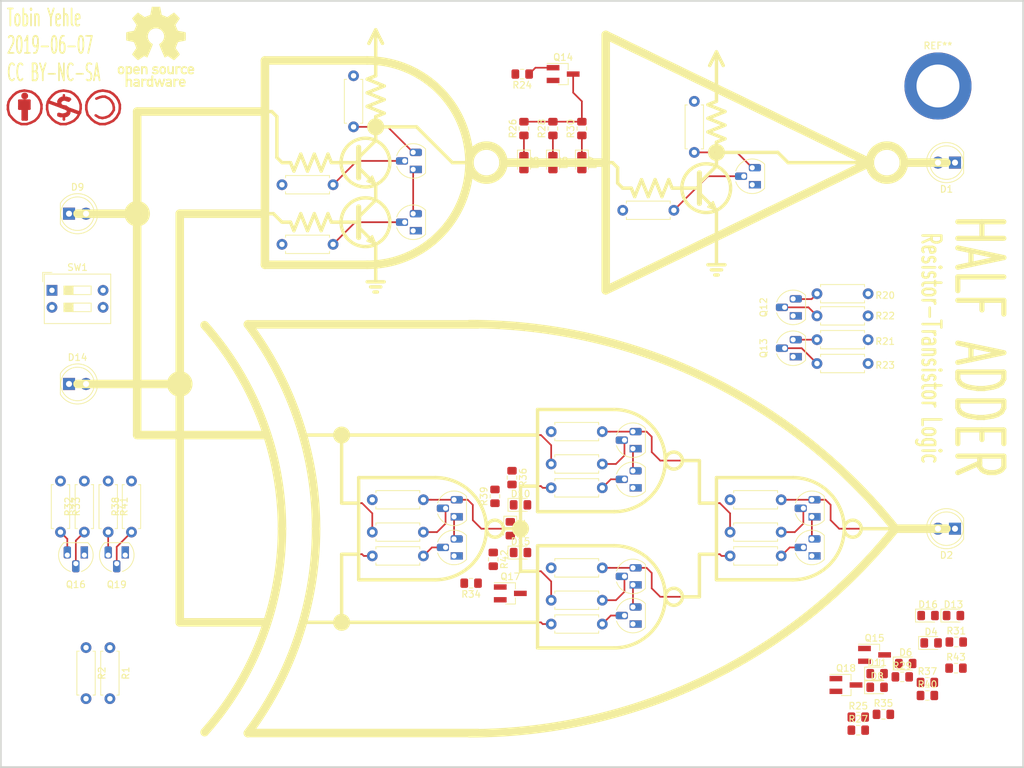
<source format=kicad_pcb>
(kicad_pcb (version 20171130) (host pcbnew 5.0.2-bee76a0~70~ubuntu16.04.1)
  (layers (0 F.Cu signal) (31 B.Cu signal) (36 B.SilkS user) (37 F.SilkS user) (38 B.Mask user) (39 F.Mask user) (44 Edge.Cuts user))
  (net 0 "")
  (net 1 "Net-(D1-Pad1)")
  (net 2 "Net-(D2-Pad1)")
  (net 3 "Net-(Q1-Pad1)")
  (net 4 "Net-(Q1-Pad2)")
  (net 5 "Net-(Q2-Pad2)")
  (net 6 GND)
  (net 7 "Net-(Q3-Pad1)")
  (net 8 "Net-(Q3-Pad2)")
  (net 9 "Net-(Q4-Pad2)")
  (net 10 "Net-(Q12-Pad2)")
  (net 11 "Net-(Q5-Pad2)")
  (net 12 "Net-(Q6-Pad1)")
  (net 13 "Net-(Q6-Pad2)")
  (net 14 "Net-(Q7-Pad2)")
  (net 15 "Net-(Q8-Pad1)")
  (net 16 "Net-(Q8-Pad2)")
  (net 17 "Net-(Q9-Pad2)")
  (net 18 "Net-(Q10-Pad1)")
  (net 19 "Net-(Q10-Pad2)")
  (net 20 "Net-(Q11-Pad2)")
  (net 21 VCC)
  (net 22 "Net-(Q12-Pad3)")
  (net 23 "Net-(Q13-Pad2)")
  (net 24 "Net-(Q13-Pad3)")
  (net 25 "Net-(D3-Pad1)")
  (net 26 "Net-(D4-Pad1)")
  (net 27 "Net-(D5-Pad1)")
  (net 28 "Net-(D6-Pad1)")
  (net 29 "Net-(D7-Pad1)")
  (net 30 "Net-(D8-Pad1)")
  (net 31 "Net-(D9-Pad1)")
  (net 32 "Net-(D10-Pad1)")
  (net 33 "Net-(D11-Pad1)")
  (net 34 "Net-(D12-Pad1)")
  (net 35 "Net-(D13-Pad1)")
  (net 36 "Net-(D14-Pad1)")
  (net 37 "Net-(D15-Pad1)")
  (net 38 "Net-(D16-Pad1)")
  (net 39 NAND1)
  (net 40 XOR1)
  (net 41 CARRY)
  (net 42 XOR2)
  (net 43 XOR3)
  (net 44 SUM)
  (net 45 "Net-(Q14-Pad3)")
  (net 46 "Net-(Q14-Pad1)")
  (net 47 "Net-(Q15-Pad1)")
  (net 48 "Net-(Q15-Pad3)")
  (net 49 "Net-(Q16-Pad2)")
  (net 50 "Net-(Q16-Pad3)")
  (net 51 "Net-(Q17-Pad1)")
  (net 52 "Net-(Q17-Pad3)")
  (net 53 "Net-(Q18-Pad3)")
  (net 54 "Net-(Q18-Pad1)")
  (net 55 "Net-(Q19-Pad3)")
  (net 56 "Net-(Q19-Pad2)")
  (net 57 B)
  (net 58 A)
  (module Symbol:OSHW-Logo_11.4x12mm_SilkScreen (layer F.Cu) (at 73.914 44.958)
    (fp_text reference REF** hide)
    (fp_text value OSHW-Logo_11.4x12mm_SilkScreen hide)
  )
  (module LED_THT:LED_D5.0mm (layer F.Cu) (at 193.04 62.23 180)
    (fp_text reference D1 (at 1.27 -3.96 180) (layer F.SilkS))
    (fp_text value LED)
    (pad 1 thru_hole rect (at 0 0 180) (size 1.8 1.8) (drill 0.9) (layers *.Cu *.Mask) (net 1 "Net-(D1-Pad1)"))
    (pad 2 thru_hole circle (at 2.54 0 180) (size 1.8 1.8) (drill 0.9) (layers *.Cu *.Mask) (net 21 VCC))
  )
  (module LED_THT:LED_D5.0mm (layer F.Cu) (at 193.04 116.84 180)
    (fp_text reference D2 (at 1.27 -3.96 180) (layer F.SilkS))
    (fp_text value LED)
    (pad 2 thru_hole circle (at 2.54 0 180) (size 1.8 1.8) (drill 0.9) (layers *.Cu *.Mask) (net 21 VCC))
    (pad 1 thru_hole rect (at 0 0 180) (size 1.8 1.8) (drill 0.9) (layers *.Cu *.Mask) (net 2 "Net-(D2-Pad1)"))
  )
  (module Package_TO_SOT_THT:TO-92_HandSolder (layer F.Cu) (at 112.268 63.246 90)
    (fp_text reference Q1 hide)
    (fp_text value Q_NPN_EBC)
    (pad 1 thru_hole rect (at 0 0 90) (size 1.1 1.8) (drill 0.75 (offset 0 0.4)) (layers *.Cu *.Mask) (net 3 "Net-(Q1-Pad1)"))
    (pad 3 thru_hole roundrect (at 2.54 0 90) (size 1.1 1.8) (drill 0.75 (offset 0 0.4)) (layers *.Cu *.Mask) (net 39 NAND1))
    (pad 2 thru_hole roundrect (at 1.27 -1.27 90) (size 1.1 1.8) (drill 0.75 (offset 0 -0.4)) (layers *.Cu *.Mask) (net 4 "Net-(Q1-Pad2)"))
  )
  (module Package_TO_SOT_THT:TO-92_HandSolder (layer F.Cu) (at 112.268 72.39 90)
    (fp_text reference Q2 hide)
    (fp_text value Q_NPN_EBC)
    (pad 2 thru_hole roundrect (at 1.27 -1.27 90) (size 1.1 1.8) (drill 0.75 (offset 0 -0.4)) (layers *.Cu *.Mask) (net 5 "Net-(Q2-Pad2)"))
    (pad 3 thru_hole roundrect (at 2.54 0 90) (size 1.1 1.8) (drill 0.75 (offset 0 0.4)) (layers *.Cu *.Mask) (net 3 "Net-(Q1-Pad1)"))
    (pad 1 thru_hole rect (at 0 0 90) (size 1.1 1.8) (drill 0.75 (offset 0 0.4)) (layers *.Cu *.Mask) (net 6 GND))
  )
  (module Package_TO_SOT_THT:TO-92_HandSolder (layer F.Cu) (at 118.364 115.062 90)
    (fp_text reference Q3 hide)
    (fp_text value Q_NPN_EBC)
    (pad 1 thru_hole rect (at 0 0 90) (size 1.1 1.8) (drill 0.75 (offset 0 0.4)) (layers *.Cu *.Mask) (net 7 "Net-(Q3-Pad1)"))
    (pad 3 thru_hole roundrect (at 2.54 0 90) (size 1.1 1.8) (drill 0.75 (offset 0 0.4)) (layers *.Cu *.Mask) (net 40 XOR1))
    (pad 2 thru_hole roundrect (at 1.27 -1.27 90) (size 1.1 1.8) (drill 0.75 (offset 0 -0.4)) (layers *.Cu *.Mask) (net 8 "Net-(Q3-Pad2)"))
  )
  (module Package_TO_SOT_THT:TO-92_HandSolder (layer F.Cu) (at 118.364 120.904 90)
    (fp_text reference Q4 hide)
    (fp_text value Q_NPN_EBC)
    (pad 2 thru_hole roundrect (at 1.27 -1.27 90) (size 1.1 1.8) (drill 0.75 (offset 0 -0.4)) (layers *.Cu *.Mask) (net 9 "Net-(Q4-Pad2)"))
    (pad 3 thru_hole roundrect (at 2.54 0 90) (size 1.1 1.8) (drill 0.75 (offset 0 0.4)) (layers *.Cu *.Mask) (net 7 "Net-(Q3-Pad1)"))
    (pad 1 thru_hole rect (at 0 0 90) (size 1.1 1.8) (drill 0.75 (offset 0 0.4)) (layers *.Cu *.Mask) (net 6 GND))
  )
  (module Package_TO_SOT_THT:TO-92_HandSolder (layer F.Cu) (at 162.814 65.532 90)
    (fp_text reference Q5 hide)
    (fp_text value Q_NPN_EBC)
    (pad 1 thru_hole rect (at 0 0 90) (size 1.1 1.8) (drill 0.75 (offset 0 0.4)) (layers *.Cu *.Mask) (net 6 GND))
    (pad 3 thru_hole roundrect (at 2.54 0 90) (size 1.1 1.8) (drill 0.75 (offset 0 0.4)) (layers *.Cu *.Mask) (net 41 CARRY))
    (pad 2 thru_hole roundrect (at 1.27 -1.27 90) (size 1.1 1.8) (drill 0.75 (offset 0 -0.4)) (layers *.Cu *.Mask) (net 11 "Net-(Q5-Pad2)"))
  )
  (module Package_TO_SOT_THT:TO-92_HandSolder (layer F.Cu) (at 145.034 104.902 90)
    (fp_text reference Q6 hide)
    (fp_text value Q_NPN_EBC)
    (pad 1 thru_hole rect (at 0 0 90) (size 1.1 1.8) (drill 0.75 (offset 0 0.4)) (layers *.Cu *.Mask) (net 12 "Net-(Q6-Pad1)"))
    (pad 3 thru_hole roundrect (at 2.54 0 90) (size 1.1 1.8) (drill 0.75 (offset 0 0.4)) (layers *.Cu *.Mask) (net 42 XOR2))
    (pad 2 thru_hole roundrect (at 1.27 -1.27 90) (size 1.1 1.8) (drill 0.75 (offset 0 -0.4)) (layers *.Cu *.Mask) (net 13 "Net-(Q6-Pad2)"))
  )
  (module Package_TO_SOT_THT:TO-92_HandSolder (layer F.Cu) (at 145.034 110.744 90)
    (fp_text reference Q7 hide)
    (fp_text value Q_NPN_EBC)
    (pad 2 thru_hole roundrect (at 1.27 -1.27 90) (size 1.1 1.8) (drill 0.75 (offset 0 -0.4)) (layers *.Cu *.Mask) (net 14 "Net-(Q7-Pad2)"))
    (pad 3 thru_hole roundrect (at 2.54 0 90) (size 1.1 1.8) (drill 0.75 (offset 0 0.4)) (layers *.Cu *.Mask) (net 12 "Net-(Q6-Pad1)"))
    (pad 1 thru_hole rect (at 0 0 90) (size 1.1 1.8) (drill 0.75 (offset 0 0.4)) (layers *.Cu *.Mask) (net 6 GND))
  )
  (module Package_TO_SOT_THT:TO-92_HandSolder (layer F.Cu) (at 145.034 125.222 90)
    (fp_text reference Q8 hide)
    (fp_text value Q_NPN_EBC)
    (pad 1 thru_hole rect (at 0 0 90) (size 1.1 1.8) (drill 0.75 (offset 0 0.4)) (layers *.Cu *.Mask) (net 15 "Net-(Q8-Pad1)"))
    (pad 3 thru_hole roundrect (at 2.54 0 90) (size 1.1 1.8) (drill 0.75 (offset 0 0.4)) (layers *.Cu *.Mask) (net 43 XOR3))
    (pad 2 thru_hole roundrect (at 1.27 -1.27 90) (size 1.1 1.8) (drill 0.75 (offset 0 -0.4)) (layers *.Cu *.Mask) (net 16 "Net-(Q8-Pad2)"))
  )
  (module Package_TO_SOT_THT:TO-92_HandSolder (layer F.Cu) (at 145.034 131.064 90)
    (fp_text reference Q9 hide)
    (fp_text value Q_NPN_EBC)
    (pad 2 thru_hole roundrect (at 1.27 -1.27 90) (size 1.1 1.8) (drill 0.75 (offset 0 -0.4)) (layers *.Cu *.Mask) (net 17 "Net-(Q9-Pad2)"))
    (pad 3 thru_hole roundrect (at 2.54 0 90) (size 1.1 1.8) (drill 0.75 (offset 0 0.4)) (layers *.Cu *.Mask) (net 15 "Net-(Q8-Pad1)"))
    (pad 1 thru_hole rect (at 0 0 90) (size 1.1 1.8) (drill 0.75 (offset 0 0.4)) (layers *.Cu *.Mask) (net 6 GND))
  )
  (module Package_TO_SOT_THT:TO-92_HandSolder (layer F.Cu) (at 171.704 115.062 90)
    (fp_text reference Q10 hide)
    (fp_text value Q_NPN_EBC)
    (pad 1 thru_hole rect (at 0 0 90) (size 1.1 1.8) (drill 0.75 (offset 0 0.4)) (layers *.Cu *.Mask) (net 18 "Net-(Q10-Pad1)"))
    (pad 3 thru_hole roundrect (at 2.54 0 90) (size 1.1 1.8) (drill 0.75 (offset 0 0.4)) (layers *.Cu *.Mask) (net 44 SUM))
    (pad 2 thru_hole roundrect (at 1.27 -1.27 90) (size 1.1 1.8) (drill 0.75 (offset 0 -0.4)) (layers *.Cu *.Mask) (net 19 "Net-(Q10-Pad2)"))
  )
  (module Package_TO_SOT_THT:TO-92_HandSolder (layer F.Cu) (at 171.704 120.904 90)
    (fp_text reference Q11 hide)
    (fp_text value Q_NPN_EBC)
    (pad 2 thru_hole roundrect (at 1.27 -1.27 90) (size 1.1 1.8) (drill 0.75 (offset 0 -0.4)) (layers *.Cu *.Mask) (net 20 "Net-(Q11-Pad2)"))
    (pad 3 thru_hole roundrect (at 2.54 0 90) (size 1.1 1.8) (drill 0.75 (offset 0 0.4)) (layers *.Cu *.Mask) (net 18 "Net-(Q10-Pad1)"))
    (pad 1 thru_hole rect (at 0 0 90) (size 1.1 1.8) (drill 0.75 (offset 0 0.4)) (layers *.Cu *.Mask) (net 6 GND))
  )
  (module Package_TO_SOT_THT:TO-92_HandSolder (layer F.Cu) (at 168.91 85.09 90)
    (fp_text reference Q12 (at 1.27 -4.4 90) (layer F.SilkS))
    (fp_text value Q_NPN_EBC)
    (pad 2 thru_hole roundrect (at 1.27 -1.27 90) (size 1.1 1.8) (drill 0.75 (offset 0 -0.4)) (layers *.Cu *.Mask) (net 10 "Net-(Q12-Pad2)"))
    (pad 3 thru_hole roundrect (at 2.54 0 90) (size 1.1 1.8) (drill 0.75 (offset 0 0.4)) (layers *.Cu *.Mask) (net 22 "Net-(Q12-Pad3)"))
    (pad 1 thru_hole rect (at 0 0 90) (size 1.1 1.8) (drill 0.75 (offset 0 0.4)) (layers *.Cu *.Mask) (net 6 GND))
  )
  (module Package_TO_SOT_THT:TO-92_HandSolder (layer F.Cu) (at 168.91 91.186 90)
    (fp_text reference Q13 (at 1.27 -4.4 90) (layer F.SilkS))
    (fp_text value Q_NPN_EBC)
    (pad 2 thru_hole roundrect (at 1.27 -1.27 90) (size 1.1 1.8) (drill 0.75 (offset 0 -0.4)) (layers *.Cu *.Mask) (net 23 "Net-(Q13-Pad2)"))
    (pad 3 thru_hole roundrect (at 2.54 0 90) (size 1.1 1.8) (drill 0.75 (offset 0 0.4)) (layers *.Cu *.Mask) (net 24 "Net-(Q13-Pad3)"))
    (pad 1 thru_hole rect (at 0 0 90) (size 1.1 1.8) (drill 0.75 (offset 0 0.4)) (layers *.Cu *.Mask) (net 6 GND))
  )
  (module Resistor_THT:R_Axial_DIN0207_L6.3mm_D2.5mm_P7.62mm_Horizontal (layer F.Cu) (at 67.056 134.57936 270)
    (fp_text reference R1 (at 3.81 -2.37 270) (layer F.SilkS))
    (fp_text value 10k)
    (pad 1 thru_hole circle (at 0 0 270) (size 1.6 1.6) (drill 0.8) (layers *.Cu *.Mask) (net 57 B))
    (pad 2 thru_hole oval (at 7.62 0 270) (size 1.6 1.6) (drill 0.8) (layers *.Cu *.Mask) (net 6 GND))
  )
  (module Resistor_THT:R_Axial_DIN0207_L6.3mm_D2.5mm_P7.62mm_Horizontal (layer F.Cu) (at 63.5 134.57936 270)
    (fp_text reference R2 (at 3.81 -2.37 270) (layer F.SilkS))
    (fp_text value 10k)
    (pad 2 thru_hole oval (at 7.62 0 270) (size 1.6 1.6) (drill 0.8) (layers *.Cu *.Mask) (net 6 GND))
    (pad 1 thru_hole circle (at 0 0 270) (size 1.6 1.6) (drill 0.8) (layers *.Cu *.Mask) (net 58 A))
  )
  (module Resistor_THT:R_Axial_DIN0207_L6.3mm_D2.5mm_P7.62mm_Horizontal (layer F.Cu) (at 100.33 65.532 180)
    (fp_text reference R3 hide)
    (fp_text value 10k)
    (pad 1 thru_hole circle (at 0 0 180) (size 1.6 1.6) (drill 0.8) (layers *.Cu *.Mask) (net 4 "Net-(Q1-Pad2)"))
    (pad 2 thru_hole oval (at 7.62 0 180) (size 1.6 1.6) (drill 0.8) (layers *.Cu *.Mask) (net 58 A))
  )
  (module Resistor_THT:R_Axial_DIN0207_L6.3mm_D2.5mm_P7.62mm_Horizontal (layer F.Cu) (at 100.33 74.422 180)
    (fp_text reference R4 hide)
    (fp_text value 10k)
    (pad 1 thru_hole circle (at 0 0 180) (size 1.6 1.6) (drill 0.8) (layers *.Cu *.Mask) (net 5 "Net-(Q2-Pad2)"))
    (pad 2 thru_hole oval (at 7.62 0 180) (size 1.6 1.6) (drill 0.8) (layers *.Cu *.Mask) (net 57 B))
  )
  (module Resistor_THT:R_Axial_DIN0207_L6.3mm_D2.5mm_P7.62mm_Horizontal (layer F.Cu) (at 113.792 117.348 180)
    (fp_text reference R5 hide)
    (fp_text value 10k)
    (pad 1 thru_hole circle (at 0 0 180) (size 1.6 1.6) (drill 0.8) (layers *.Cu *.Mask) (net 8 "Net-(Q3-Pad2)"))
    (pad 2 thru_hole oval (at 7.62 0 180) (size 1.6 1.6) (drill 0.8) (layers *.Cu *.Mask) (net 58 A))
  )
  (module Resistor_THT:R_Axial_DIN0207_L6.3mm_D2.5mm_P7.62mm_Horizontal (layer F.Cu) (at 113.792 120.904 180)
    (fp_text reference R6 hide)
    (fp_text value 10k)
    (pad 2 thru_hole oval (at 7.62 0 180) (size 1.6 1.6) (drill 0.8) (layers *.Cu *.Mask) (net 57 B))
    (pad 1 thru_hole circle (at 0 0 180) (size 1.6 1.6) (drill 0.8) (layers *.Cu *.Mask) (net 9 "Net-(Q4-Pad2)"))
  )
  (module Resistor_THT:R_Axial_DIN0207_L6.3mm_D2.5mm_P7.62mm_Horizontal (layer F.Cu) (at 103.378 49.276 270)
    (fp_text reference R7 hide)
    (fp_text value 1k)
    (pad 2 thru_hole oval (at 7.62 0 270) (size 1.6 1.6) (drill 0.8) (layers *.Cu *.Mask) (net 39 NAND1))
    (pad 1 thru_hole circle (at 0 0 270) (size 1.6 1.6) (drill 0.8) (layers *.Cu *.Mask) (net 21 VCC))
  )
  (module Resistor_THT:R_Axial_DIN0207_L6.3mm_D2.5mm_P7.62mm_Horizontal (layer F.Cu) (at 106.172 112.522)
    (fp_text reference R8 hide)
    (fp_text value 1k)
    (pad 2 thru_hole oval (at 7.62 0) (size 1.6 1.6) (drill 0.8) (layers *.Cu *.Mask) (net 40 XOR1))
    (pad 1 thru_hole circle (at 0 0) (size 1.6 1.6) (drill 0.8) (layers *.Cu *.Mask) (net 21 VCC))
  )
  (module Resistor_THT:R_Axial_DIN0207_L6.3mm_D2.5mm_P7.62mm_Horizontal (layer F.Cu) (at 151.13 69.342 180)
    (fp_text reference R9 hide)
    (fp_text value 10k)
    (pad 1 thru_hole circle (at 0 0 180) (size 1.6 1.6) (drill 0.8) (layers *.Cu *.Mask) (net 11 "Net-(Q5-Pad2)"))
    (pad 2 thru_hole oval (at 7.62 0 180) (size 1.6 1.6) (drill 0.8) (layers *.Cu *.Mask) (net 39 NAND1))
  )
  (module Resistor_THT:R_Axial_DIN0207_L6.3mm_D2.5mm_P7.62mm_Horizontal (layer F.Cu) (at 140.462 107.188 180)
    (fp_text reference R10 hide)
    (fp_text value 10k)
    (pad 2 thru_hole oval (at 7.62 0 180) (size 1.6 1.6) (drill 0.8) (layers *.Cu *.Mask) (net 58 A))
    (pad 1 thru_hole circle (at 0 0 180) (size 1.6 1.6) (drill 0.8) (layers *.Cu *.Mask) (net 13 "Net-(Q6-Pad2)"))
  )
  (module Resistor_THT:R_Axial_DIN0207_L6.3mm_D2.5mm_P7.62mm_Horizontal (layer F.Cu) (at 140.462 110.744 180)
    (fp_text reference R11 hide)
    (fp_text value 10k)
    (pad 1 thru_hole circle (at 0 0 180) (size 1.6 1.6) (drill 0.8) (layers *.Cu *.Mask) (net 14 "Net-(Q7-Pad2)"))
    (pad 2 thru_hole oval (at 7.62 0 180) (size 1.6 1.6) (drill 0.8) (layers *.Cu *.Mask) (net 40 XOR1))
  )
  (module Resistor_THT:R_Axial_DIN0207_L6.3mm_D2.5mm_P7.62mm_Horizontal (layer F.Cu) (at 140.462 127.508 180)
    (fp_text reference R12 hide)
    (fp_text value 10k)
    (pad 1 thru_hole circle (at 0 0 180) (size 1.6 1.6) (drill 0.8) (layers *.Cu *.Mask) (net 16 "Net-(Q8-Pad2)"))
    (pad 2 thru_hole oval (at 7.62 0 180) (size 1.6 1.6) (drill 0.8) (layers *.Cu *.Mask) (net 40 XOR1))
  )
  (module Resistor_THT:R_Axial_DIN0207_L6.3mm_D2.5mm_P7.62mm_Horizontal (layer F.Cu) (at 140.462 131.064 180)
    (fp_text reference R13 hide)
    (fp_text value 10k)
    (pad 2 thru_hole oval (at 7.62 0 180) (size 1.6 1.6) (drill 0.8) (layers *.Cu *.Mask) (net 57 B))
    (pad 1 thru_hole circle (at 0 0 180) (size 1.6 1.6) (drill 0.8) (layers *.Cu *.Mask) (net 17 "Net-(Q9-Pad2)"))
  )
  (module Resistor_THT:R_Axial_DIN0207_L6.3mm_D2.5mm_P7.62mm_Horizontal (layer F.Cu) (at 154.178 53.086 270)
    (fp_text reference R14 hide)
    (fp_text value 1k)
    (pad 2 thru_hole oval (at 7.62 0 270) (size 1.6 1.6) (drill 0.8) (layers *.Cu *.Mask) (net 41 CARRY))
    (pad 1 thru_hole circle (at 0 0 270) (size 1.6 1.6) (drill 0.8) (layers *.Cu *.Mask) (net 21 VCC))
  )
  (module Resistor_THT:R_Axial_DIN0207_L6.3mm_D2.5mm_P7.62mm_Horizontal (layer F.Cu) (at 132.842 102.362)
    (fp_text reference R15 hide)
    (fp_text value 1k)
    (pad 2 thru_hole oval (at 7.62 0) (size 1.6 1.6) (drill 0.8) (layers *.Cu *.Mask) (net 42 XOR2))
    (pad 1 thru_hole circle (at 0 0) (size 1.6 1.6) (drill 0.8) (layers *.Cu *.Mask) (net 21 VCC))
  )
  (module Resistor_THT:R_Axial_DIN0207_L6.3mm_D2.5mm_P7.62mm_Horizontal (layer F.Cu) (at 132.842 122.682)
    (fp_text reference R16 hide)
    (fp_text value 1k)
    (pad 1 thru_hole circle (at 0 0) (size 1.6 1.6) (drill 0.8) (layers *.Cu *.Mask) (net 21 VCC))
    (pad 2 thru_hole oval (at 7.62 0) (size 1.6 1.6) (drill 0.8) (layers *.Cu *.Mask) (net 43 XOR3))
  )
  (module Resistor_THT:R_Axial_DIN0207_L6.3mm_D2.5mm_P7.62mm_Horizontal (layer F.Cu) (at 167.132 117.348 180)
    (fp_text reference R17 hide)
    (fp_text value 10k)
    (pad 2 thru_hole oval (at 7.62 0 180) (size 1.6 1.6) (drill 0.8) (layers *.Cu *.Mask) (net 42 XOR2))
    (pad 1 thru_hole circle (at 0 0 180) (size 1.6 1.6) (drill 0.8) (layers *.Cu *.Mask) (net 19 "Net-(Q10-Pad2)"))
  )
  (module Resistor_THT:R_Axial_DIN0207_L6.3mm_D2.5mm_P7.62mm_Horizontal (layer F.Cu) (at 167.132 120.904 180)
    (fp_text reference R18 hide)
    (fp_text value 10k)
    (pad 1 thru_hole circle (at 0 0 180) (size 1.6 1.6) (drill 0.8) (layers *.Cu *.Mask) (net 20 "Net-(Q11-Pad2)"))
    (pad 2 thru_hole oval (at 7.62 0 180) (size 1.6 1.6) (drill 0.8) (layers *.Cu *.Mask) (net 43 XOR3))
  )
  (module Resistor_THT:R_Axial_DIN0207_L6.3mm_D2.5mm_P7.62mm_Horizontal (layer F.Cu) (at 159.512 112.522)
    (fp_text reference R19 hide)
    (fp_text value 1k)
    (pad 2 thru_hole oval (at 7.62 0) (size 1.6 1.6) (drill 0.8) (layers *.Cu *.Mask) (net 44 SUM))
    (pad 1 thru_hole circle (at 0 0) (size 1.6 1.6) (drill 0.8) (layers *.Cu *.Mask) (net 21 VCC))
  )
  (module Resistor_THT:R_Axial_DIN0207_L6.3mm_D2.5mm_P7.62mm_Horizontal (layer F.Cu) (at 180.086 81.788 180)
    (fp_text reference R20 (at -2.54 -0.254 180) (layer F.SilkS))
    (fp_text value 68)
    (pad 1 thru_hole circle (at 0 0 180) (size 1.6 1.6) (drill 0.8) (layers *.Cu *.Mask) (net 1 "Net-(D1-Pad1)"))
    (pad 2 thru_hole oval (at 7.62 0 180) (size 1.6 1.6) (drill 0.8) (layers *.Cu *.Mask) (net 22 "Net-(Q12-Pad3)"))
  )
  (module Resistor_THT:R_Axial_DIN0207_L6.3mm_D2.5mm_P7.62mm_Horizontal (layer F.Cu) (at 180.086 88.646 180)
    (fp_text reference R21 (at -2.54 -0.254 180) (layer F.SilkS))
    (fp_text value 68)
    (pad 1 thru_hole circle (at 0 0 180) (size 1.6 1.6) (drill 0.8) (layers *.Cu *.Mask) (net 2 "Net-(D2-Pad1)"))
    (pad 2 thru_hole oval (at 7.62 0 180) (size 1.6 1.6) (drill 0.8) (layers *.Cu *.Mask) (net 24 "Net-(Q13-Pad3)"))
  )
  (module Button_Switch_THT:SW_DIP_SPSTx02_Slide_9.78x7.26mm_W7.62mm_P2.54mm (layer F.Cu) (at 58.42 81.28)
    (fp_text reference SW1 (at 3.81 -3.42) (layer F.SilkS))
    (fp_text value SW_DIP_x02)
    (pad 1 thru_hole rect (at 0 0) (size 1.6 1.6) (drill 0.8) (layers *.Cu *.Mask) (net 21 VCC))
    (pad 3 thru_hole oval (at 7.62 2.54) (size 1.6 1.6) (drill 0.8) (layers *.Cu *.Mask) (net 57 B))
    (pad 2 thru_hole oval (at 0 2.54) (size 1.6 1.6) (drill 0.8) (layers *.Cu *.Mask) (net 21 VCC))
    (pad 4 thru_hole oval (at 7.62 0) (size 1.6 1.6) (drill 0.8) (layers *.Cu *.Mask) (net 58 A))
  )
  (module Resistor_THT:R_Axial_DIN0207_L6.3mm_D2.5mm_P7.62mm_Horizontal (layer F.Cu) (at 172.466 85.09)
    (fp_text reference R22 (at 10.16 0) (layer F.SilkS))
    (fp_text value 10k)
    (pad 1 thru_hole circle (at 0 0) (size 1.6 1.6) (drill 0.8) (layers *.Cu *.Mask) (net 10 "Net-(Q12-Pad2)"))
    (pad 2 thru_hole oval (at 7.62 0) (size 1.6 1.6) (drill 0.8) (layers *.Cu *.Mask) (net 41 CARRY))
  )
  (module Resistor_THT:R_Axial_DIN0207_L6.3mm_D2.5mm_P7.62mm_Horizontal (layer F.Cu) (at 172.466 92.202)
    (fp_text reference R23 (at 10.16 0.254) (layer F.SilkS))
    (fp_text value 10k)
    (pad 2 thru_hole oval (at 7.62 0) (size 1.6 1.6) (drill 0.8) (layers *.Cu *.Mask) (net 44 SUM))
    (pad 1 thru_hole circle (at 0 0) (size 1.6 1.6) (drill 0.8) (layers *.Cu *.Mask) (net 23 "Net-(Q13-Pad2)"))
  )
  (module MountingHole:MountingHole_6.4mm_M6_ISO14580_Pad (layer F.Cu) (at 190.5 50.8)
    (fp_text reference REF** (at 0 -6) (layer F.SilkS))
    (fp_text value MountingHole_6.4mm_M6_ISO14580_Pad)
    (pad 1 thru_hole circle (at 0 0) (size 10 10) (drill 6.4) (layers *.Cu *.Mask))
  )
  (module LED_SMD:LED_0805_2012Metric_Pad1.15x1.40mm_HandSolder (layer F.Cu) (at 128.778 62.23 270)
    (fp_text reference D3 (at 0 -1.65 270) (layer F.SilkS))
    (fp_text value LED)
    (pad 1 smd roundrect (at -1.025 0 270) (size 1.15 1.4) (layers F.Cu F.Paste F.Mask) (roundrect_rratio 0.217391) (net 25 "Net-(D3-Pad1)"))
    (pad 2 smd roundrect (at 1.025 0 270) (size 1.15 1.4) (layers F.Cu F.Paste F.Mask) (roundrect_rratio 0.217391) (net 21 VCC))
  )
  (module LED_SMD:LED_0805_2012Metric_Pad1.15x1.40mm_HandSolder (layer F.Cu) (at 189.482001 133.878001)
    (fp_text reference D4 (at 0 -1.65) (layer F.SilkS))
    (fp_text value LED)
    (pad 2 smd roundrect (at 1.025 0) (size 1.15 1.4) (layers F.Cu F.Paste F.Mask) (roundrect_rratio 0.217391) (net 21 VCC))
    (pad 1 smd roundrect (at -1.025 0) (size 1.15 1.4) (layers F.Cu F.Paste F.Mask) (roundrect_rratio 0.217391) (net 26 "Net-(D4-Pad1)"))
  )
  (module LED_SMD:LED_0805_2012Metric_Pad1.15x1.40mm_HandSolder (layer F.Cu) (at 133.096 62.23 270)
    (fp_text reference D5 (at 0 -1.65 270) (layer F.SilkS))
    (fp_text value LED)
    (pad 1 smd roundrect (at -1.025 0 270) (size 1.15 1.4) (layers F.Cu F.Paste F.Mask) (roundrect_rratio 0.217391) (net 27 "Net-(D5-Pad1)"))
    (pad 2 smd roundrect (at 1.025 0 270) (size 1.15 1.4) (layers F.Cu F.Paste F.Mask) (roundrect_rratio 0.217391) (net 21 VCC))
  )
  (module LED_SMD:LED_0805_2012Metric_Pad1.15x1.40mm_HandSolder (layer F.Cu) (at 185.692001 136.948001)
    (fp_text reference D6 (at 0 -1.65) (layer F.SilkS))
    (fp_text value LED)
    (pad 2 smd roundrect (at 1.025 0) (size 1.15 1.4) (layers F.Cu F.Paste F.Mask) (roundrect_rratio 0.217391) (net 21 VCC))
    (pad 1 smd roundrect (at -1.025 0) (size 1.15 1.4) (layers F.Cu F.Paste F.Mask) (roundrect_rratio 0.217391) (net 28 "Net-(D6-Pad1)"))
  )
  (module LED_SMD:LED_0805_2012Metric_Pad1.15x1.40mm_HandSolder (layer F.Cu) (at 137.414 62.23 270)
    (fp_text reference D7 (at 0 -1.65 270) (layer F.SilkS))
    (fp_text value LED)
    (pad 2 smd roundrect (at 1.025 0 270) (size 1.15 1.4) (layers F.Cu F.Paste F.Mask) (roundrect_rratio 0.217391) (net 21 VCC))
    (pad 1 smd roundrect (at -1.025 0 270) (size 1.15 1.4) (layers F.Cu F.Paste F.Mask) (roundrect_rratio 0.217391) (net 29 "Net-(D7-Pad1)"))
  )
  (module LED_SMD:LED_0805_2012Metric_Pad1.15x1.40mm_HandSolder (layer F.Cu) (at 181.432001 140.498001)
    (fp_text reference D8 (at 0 -1.65) (layer F.SilkS))
    (fp_text value LED)
    (pad 1 smd roundrect (at -1.025 0) (size 1.15 1.4) (layers F.Cu F.Paste F.Mask) (roundrect_rratio 0.217391) (net 30 "Net-(D8-Pad1)"))
    (pad 2 smd roundrect (at 1.025 0) (size 1.15 1.4) (layers F.Cu F.Paste F.Mask) (roundrect_rratio 0.217391) (net 21 VCC))
  )
  (module LED_THT:LED_D5.0mm (layer F.Cu) (at 60.96 69.85)
    (fp_text reference D9 (at 1.27 -3.96) (layer F.SilkS))
    (fp_text value LED)
    (pad 1 thru_hole rect (at 0 0) (size 1.8 1.8) (drill 0.9) (layers *.Cu *.Mask) (net 31 "Net-(D9-Pad1)"))
    (pad 2 thru_hole circle (at 2.54 0) (size 1.8 1.8) (drill 0.9) (layers *.Cu *.Mask) (net 21 VCC))
  )
  (module LED_SMD:LED_0805_2012Metric_Pad1.15x1.40mm_HandSolder (layer F.Cu) (at 128.27 113.284)
    (fp_text reference D10 (at 0 -1.65) (layer F.SilkS))
    (fp_text value LED)
    (pad 1 smd roundrect (at -1.025 0) (size 1.15 1.4) (layers F.Cu F.Paste F.Mask) (roundrect_rratio 0.217391) (net 32 "Net-(D10-Pad1)"))
    (pad 2 smd roundrect (at 1.025 0) (size 1.15 1.4) (layers F.Cu F.Paste F.Mask) (roundrect_rratio 0.217391) (net 21 VCC))
  )
  (module LED_SMD:LED_0805_2012Metric_Pad1.15x1.40mm_HandSolder (layer F.Cu) (at 181.432001 138.458001)
    (fp_text reference D11 (at 0 -1.65) (layer F.SilkS))
    (fp_text value LED)
    (pad 2 smd roundrect (at 1.025 0) (size 1.15 1.4) (layers F.Cu F.Paste F.Mask) (roundrect_rratio 0.217391) (net 21 VCC))
    (pad 1 smd roundrect (at -1.025 0) (size 1.15 1.4) (layers F.Cu F.Paste F.Mask) (roundrect_rratio 0.217391) (net 33 "Net-(D11-Pad1)"))
  )
  (module LED_SMD:LED_0805_2012Metric_Pad1.15x1.40mm_HandSolder (layer F.Cu) (at 126.746 116.84 270)
    (fp_text reference D12 (at 0 -1.65 270) (layer F.SilkS))
    (fp_text value LED)
    (pad 2 smd roundrect (at 1.025 0 270) (size 1.15 1.4) (layers F.Cu F.Paste F.Mask) (roundrect_rratio 0.217391) (net 21 VCC))
    (pad 1 smd roundrect (at -1.025 0 270) (size 1.15 1.4) (layers F.Cu F.Paste F.Mask) (roundrect_rratio 0.217391) (net 34 "Net-(D12-Pad1)"))
  )
  (module LED_SMD:LED_0805_2012Metric_Pad1.15x1.40mm_HandSolder (layer F.Cu) (at 192.812001 129.798001)
    (fp_text reference D13 (at 0 -1.65) (layer F.SilkS))
    (fp_text value LED)
    (pad 1 smd roundrect (at -1.025 0) (size 1.15 1.4) (layers F.Cu F.Paste F.Mask) (roundrect_rratio 0.217391) (net 35 "Net-(D13-Pad1)"))
    (pad 2 smd roundrect (at 1.025 0) (size 1.15 1.4) (layers F.Cu F.Paste F.Mask) (roundrect_rratio 0.217391) (net 21 VCC))
  )
  (module LED_THT:LED_D5.0mm (layer F.Cu) (at 60.96 95.25)
    (fp_text reference D14 (at 1.27 -3.96) (layer F.SilkS))
    (fp_text value LED)
    (pad 2 thru_hole circle (at 2.54 0) (size 1.8 1.8) (drill 0.9) (layers *.Cu *.Mask) (net 21 VCC))
    (pad 1 thru_hole rect (at 0 0) (size 1.8 1.8) (drill 0.9) (layers *.Cu *.Mask) (net 36 "Net-(D14-Pad1)"))
  )
  (module LED_SMD:LED_0805_2012Metric_Pad1.15x1.40mm_HandSolder (layer F.Cu) (at 128.27 120.396)
    (fp_text reference D15 (at 0 -1.65) (layer F.SilkS))
    (fp_text value LED)
    (pad 2 smd roundrect (at 1.025 0) (size 1.15 1.4) (layers F.Cu F.Paste F.Mask) (roundrect_rratio 0.217391) (net 21 VCC))
    (pad 1 smd roundrect (at -1.025 0) (size 1.15 1.4) (layers F.Cu F.Paste F.Mask) (roundrect_rratio 0.217391) (net 37 "Net-(D15-Pad1)"))
  )
  (module LED_SMD:LED_0805_2012Metric_Pad1.15x1.40mm_HandSolder (layer F.Cu) (at 189.022001 129.798001)
    (fp_text reference D16 (at 0 -1.65) (layer F.SilkS))
    (fp_text value LED)
    (pad 1 smd roundrect (at -1.025 0) (size 1.15 1.4) (layers F.Cu F.Paste F.Mask) (roundrect_rratio 0.217391) (net 38 "Net-(D16-Pad1)"))
    (pad 2 smd roundrect (at 1.025 0) (size 1.15 1.4) (layers F.Cu F.Paste F.Mask) (roundrect_rratio 0.217391) (net 21 VCC))
  )
  (module Package_TO_SOT_SMD:SOT-23_Handsoldering (layer F.Cu) (at 134.62 49.022)
    (fp_text reference Q14 (at 0 -2.5) (layer F.SilkS))
    (fp_text value Q_NPN_BEC)
    (pad 3 smd rect (at 1.5 0) (size 1.9 0.8) (layers F.Cu F.Paste F.Mask) (net 45 "Net-(Q14-Pad3)"))
    (pad 2 smd rect (at -1.5 0.95) (size 1.9 0.8) (layers F.Cu F.Paste F.Mask) (net 6 GND))
    (pad 1 smd rect (at -1.5 -0.95) (size 1.9 0.8) (layers F.Cu F.Paste F.Mask) (net 46 "Net-(Q14-Pad1)"))
  )
  (module Package_TO_SOT_SMD:SOT-23_Handsoldering (layer F.Cu) (at 181.047001 135.663001)
    (fp_text reference Q15 (at 0 -2.5) (layer F.SilkS))
    (fp_text value Q_NPN_BEC)
    (pad 1 smd rect (at -1.5 -0.95) (size 1.9 0.8) (layers F.Cu F.Paste F.Mask) (net 47 "Net-(Q15-Pad1)"))
    (pad 2 smd rect (at -1.5 0.95) (size 1.9 0.8) (layers F.Cu F.Paste F.Mask) (net 6 GND))
    (pad 3 smd rect (at 1.5 0) (size 1.9 0.8) (layers F.Cu F.Paste F.Mask) (net 48 "Net-(Q15-Pad3)"))
  )
  (module Package_TO_SOT_THT:TO-92_HandSolder (layer F.Cu) (at 63.246 120.778524 180)
    (fp_text reference Q16 (at 1.27 -4.4 180) (layer F.SilkS))
    (fp_text value Q_NPN_EBC)
    (pad 2 thru_hole roundrect (at 1.27 -1.27 180) (size 1.1 1.8) (drill 0.75 (offset 0 -0.4)) (layers *.Cu *.Mask) (net 49 "Net-(Q16-Pad2)"))
    (pad 3 thru_hole roundrect (at 2.54 0 180) (size 1.1 1.8) (drill 0.75 (offset 0 0.4)) (layers *.Cu *.Mask) (net 50 "Net-(Q16-Pad3)"))
    (pad 1 thru_hole rect (at 0 0 180) (size 1.1 1.8) (drill 0.75 (offset 0 0.4)) (layers *.Cu *.Mask) (net 6 GND))
  )
  (module Package_TO_SOT_SMD:SOT-23_Handsoldering (layer F.Cu) (at 126.746 126.492)
    (fp_text reference Q17 (at 0 -2.5) (layer F.SilkS))
    (fp_text value Q_NPN_BEC)
    (pad 1 smd rect (at -1.5 -0.95) (size 1.9 0.8) (layers F.Cu F.Paste F.Mask) (net 51 "Net-(Q17-Pad1)"))
    (pad 2 smd rect (at -1.5 0.95) (size 1.9 0.8) (layers F.Cu F.Paste F.Mask) (net 6 GND))
    (pad 3 smd rect (at 1.5 0) (size 1.9 0.8) (layers F.Cu F.Paste F.Mask) (net 52 "Net-(Q17-Pad3)"))
  )
  (module Package_TO_SOT_SMD:SOT-23_Handsoldering (layer F.Cu) (at 176.787001 140.153001)
    (fp_text reference Q18 (at 0 -2.5) (layer F.SilkS))
    (fp_text value Q_NPN_BEC)
    (pad 3 smd rect (at 1.5 0) (size 1.9 0.8) (layers F.Cu F.Paste F.Mask) (net 53 "Net-(Q18-Pad3)"))
    (pad 2 smd rect (at -1.5 0.95) (size 1.9 0.8) (layers F.Cu F.Paste F.Mask) (net 6 GND))
    (pad 1 smd rect (at -1.5 -0.95) (size 1.9 0.8) (layers F.Cu F.Paste F.Mask) (net 54 "Net-(Q18-Pad1)"))
  )
  (module Package_TO_SOT_THT:TO-92_HandSolder (layer F.Cu) (at 69.342 120.778524 180)
    (fp_text reference Q19 (at 1.27 -4.4 180) (layer F.SilkS))
    (fp_text value Q_NPN_EBC)
    (pad 1 thru_hole rect (at 0 0 180) (size 1.1 1.8) (drill 0.75 (offset 0 0.4)) (layers *.Cu *.Mask) (net 6 GND))
    (pad 3 thru_hole roundrect (at 2.54 0 180) (size 1.1 1.8) (drill 0.75 (offset 0 0.4)) (layers *.Cu *.Mask) (net 55 "Net-(Q19-Pad3)"))
    (pad 2 thru_hole roundrect (at 1.27 -1.27 180) (size 1.1 1.8) (drill 0.75 (offset 0 -0.4)) (layers *.Cu *.Mask) (net 56 "Net-(Q19-Pad2)"))
  )
  (module Resistor_SMD:R_0805_2012Metric_Pad1.15x1.40mm_HandSolder (layer F.Cu) (at 128.524 49.022 180)
    (fp_text reference R24 (at 0 -1.65 180) (layer F.SilkS))
    (fp_text value 10k)
    (pad 2 smd roundrect (at 1.025 0 180) (size 1.15 1.4) (layers F.Cu F.Paste F.Mask) (roundrect_rratio 0.217391) (net 39 NAND1))
    (pad 1 smd roundrect (at -1.025 0 180) (size 1.15 1.4) (layers F.Cu F.Paste F.Mask) (roundrect_rratio 0.217391) (net 46 "Net-(Q14-Pad1)"))
  )
  (module Resistor_SMD:R_0805_2012Metric_Pad1.15x1.40mm_HandSolder (layer F.Cu) (at 178.617001 144.943001)
    (fp_text reference R25 (at 0 -1.65) (layer F.SilkS))
    (fp_text value 10k)
    (pad 2 smd roundrect (at 1.025 0) (size 1.15 1.4) (layers F.Cu F.Paste F.Mask) (roundrect_rratio 0.217391) (net 42 XOR2))
    (pad 1 smd roundrect (at -1.025 0) (size 1.15 1.4) (layers F.Cu F.Paste F.Mask) (roundrect_rratio 0.217391) (net 47 "Net-(Q15-Pad1)"))
  )
  (module Resistor_SMD:R_0805_2012Metric_Pad1.15x1.40mm_HandSolder (layer F.Cu) (at 128.778 57.15 90)
    (fp_text reference R26 (at 0 -1.65 90) (layer F.SilkS))
    (fp_text value 68)
    (pad 2 smd roundrect (at 1.025 0 90) (size 1.15 1.4) (layers F.Cu F.Paste F.Mask) (roundrect_rratio 0.217391) (net 45 "Net-(Q14-Pad3)"))
    (pad 1 smd roundrect (at -1.025 0 90) (size 1.15 1.4) (layers F.Cu F.Paste F.Mask) (roundrect_rratio 0.217391) (net 25 "Net-(D3-Pad1)"))
  )
  (module Resistor_SMD:R_0805_2012Metric_Pad1.15x1.40mm_HandSolder (layer F.Cu) (at 178.617001 146.893001)
    (fp_text reference R27 (at 0 -1.65) (layer F.SilkS))
    (fp_text value 68)
    (pad 2 smd roundrect (at 1.025 0) (size 1.15 1.4) (layers F.Cu F.Paste F.Mask) (roundrect_rratio 0.217391) (net 48 "Net-(Q15-Pad3)"))
    (pad 1 smd roundrect (at -1.025 0) (size 1.15 1.4) (layers F.Cu F.Paste F.Mask) (roundrect_rratio 0.217391) (net 26 "Net-(D4-Pad1)"))
  )
  (module Resistor_SMD:R_0805_2012Metric_Pad1.15x1.40mm_HandSolder (layer F.Cu) (at 133.096 57.15 90)
    (fp_text reference R28 (at 0 -1.65 90) (layer F.SilkS))
    (fp_text value 68)
    (pad 1 smd roundrect (at -1.025 0 90) (size 1.15 1.4) (layers F.Cu F.Paste F.Mask) (roundrect_rratio 0.217391) (net 27 "Net-(D5-Pad1)"))
    (pad 2 smd roundrect (at 1.025 0 90) (size 1.15 1.4) (layers F.Cu F.Paste F.Mask) (roundrect_rratio 0.217391) (net 45 "Net-(Q14-Pad3)"))
  )
  (module Resistor_SMD:R_0805_2012Metric_Pad1.15x1.40mm_HandSolder (layer F.Cu) (at 185.177001 138.943001)
    (fp_text reference R29 (at 0 -1.65) (layer F.SilkS))
    (fp_text value 68)
    (pad 1 smd roundrect (at -1.025 0) (size 1.15 1.4) (layers F.Cu F.Paste F.Mask) (roundrect_rratio 0.217391) (net 28 "Net-(D6-Pad1)"))
    (pad 2 smd roundrect (at 1.025 0) (size 1.15 1.4) (layers F.Cu F.Paste F.Mask) (roundrect_rratio 0.217391) (net 48 "Net-(Q15-Pad3)"))
  )
  (module Resistor_SMD:R_0805_2012Metric_Pad1.15x1.40mm_HandSolder (layer F.Cu) (at 137.414 57.15 90)
    (fp_text reference R30 (at 0 -1.65 90) (layer F.SilkS))
    (fp_text value 68)
    (pad 2 smd roundrect (at 1.025 0 90) (size 1.15 1.4) (layers F.Cu F.Paste F.Mask) (roundrect_rratio 0.217391) (net 45 "Net-(Q14-Pad3)"))
    (pad 1 smd roundrect (at -1.025 0 90) (size 1.15 1.4) (layers F.Cu F.Paste F.Mask) (roundrect_rratio 0.217391) (net 29 "Net-(D7-Pad1)"))
  )
  (module Resistor_SMD:R_0805_2012Metric_Pad1.15x1.40mm_HandSolder (layer F.Cu) (at 193.227001 133.743001)
    (fp_text reference R31 (at 0 -1.65) (layer F.SilkS))
    (fp_text value 68)
    (pad 1 smd roundrect (at -1.025 0) (size 1.15 1.4) (layers F.Cu F.Paste F.Mask) (roundrect_rratio 0.217391) (net 30 "Net-(D8-Pad1)"))
    (pad 2 smd roundrect (at 1.025 0) (size 1.15 1.4) (layers F.Cu F.Paste F.Mask) (roundrect_rratio 0.217391) (net 48 "Net-(Q15-Pad3)"))
  )
  (module Resistor_THT:R_Axial_DIN0207_L6.3mm_D2.5mm_P7.62mm_Horizontal (layer F.Cu) (at 63.246 117.348 90)
    (fp_text reference R32 (at 3.81 -2.37 90) (layer F.SilkS))
    (fp_text value 10k)
    (pad 2 thru_hole oval (at 7.62 0 90) (size 1.6 1.6) (drill 0.8) (layers *.Cu *.Mask) (net 58 A))
    (pad 1 thru_hole circle (at 0 0 90) (size 1.6 1.6) (drill 0.8) (layers *.Cu *.Mask) (net 49 "Net-(Q16-Pad2)"))
  )
  (module Resistor_THT:R_Axial_DIN0207_L6.3mm_D2.5mm_P7.62mm_Horizontal (layer F.Cu) (at 59.69 109.728 270)
    (fp_text reference R33 (at 3.81 -2.37 270) (layer F.SilkS))
    (fp_text value 68)
    (pad 1 thru_hole circle (at 0 0 270) (size 1.6 1.6) (drill 0.8) (layers *.Cu *.Mask) (net 31 "Net-(D9-Pad1)"))
    (pad 2 thru_hole oval (at 7.62 0 270) (size 1.6 1.6) (drill 0.8) (layers *.Cu *.Mask) (net 50 "Net-(Q16-Pad3)"))
  )
  (module Resistor_SMD:R_0805_2012Metric_Pad1.15x1.40mm_HandSolder (layer F.Cu) (at 120.904 124.968 180)
    (fp_text reference R34 (at 0 -1.65 180) (layer F.SilkS))
    (fp_text value 10k)
    (pad 2 smd roundrect (at 1.025 0 180) (size 1.15 1.4) (layers F.Cu F.Paste F.Mask) (roundrect_rratio 0.217391) (net 40 XOR1))
    (pad 1 smd roundrect (at -1.025 0 180) (size 1.15 1.4) (layers F.Cu F.Paste F.Mask) (roundrect_rratio 0.217391) (net 51 "Net-(Q17-Pad1)"))
  )
  (module Resistor_SMD:R_0805_2012Metric_Pad1.15x1.40mm_HandSolder (layer F.Cu) (at 182.367001 144.533001)
    (fp_text reference R35 (at 0 -1.65) (layer F.SilkS))
    (fp_text value 10k)
    (pad 1 smd roundrect (at -1.025 0) (size 1.15 1.4) (layers F.Cu F.Paste F.Mask) (roundrect_rratio 0.217391) (net 54 "Net-(Q18-Pad1)"))
    (pad 2 smd roundrect (at 1.025 0) (size 1.15 1.4) (layers F.Cu F.Paste F.Mask) (roundrect_rratio 0.217391) (net 43 XOR3))
  )
  (module Resistor_SMD:R_0805_2012Metric_Pad1.15x1.40mm_HandSolder (layer F.Cu) (at 127 109.22 270)
    (fp_text reference R36 (at 0 -1.65 270) (layer F.SilkS))
    (fp_text value 68)
    (pad 1 smd roundrect (at -1.025 0 270) (size 1.15 1.4) (layers F.Cu F.Paste F.Mask) (roundrect_rratio 0.217391) (net 32 "Net-(D10-Pad1)"))
    (pad 2 smd roundrect (at 1.025 0 270) (size 1.15 1.4) (layers F.Cu F.Paste F.Mask) (roundrect_rratio 0.217391) (net 52 "Net-(Q17-Pad3)"))
  )
  (module Resistor_SMD:R_0805_2012Metric_Pad1.15x1.40mm_HandSolder (layer F.Cu) (at 188.927001 139.773001)
    (fp_text reference R37 (at 0 -1.65) (layer F.SilkS))
    (fp_text value 68)
    (pad 2 smd roundrect (at 1.025 0) (size 1.15 1.4) (layers F.Cu F.Paste F.Mask) (roundrect_rratio 0.217391) (net 53 "Net-(Q18-Pad3)"))
    (pad 1 smd roundrect (at -1.025 0) (size 1.15 1.4) (layers F.Cu F.Paste F.Mask) (roundrect_rratio 0.217391) (net 33 "Net-(D11-Pad1)"))
  )
  (module Resistor_THT:R_Axial_DIN0207_L6.3mm_D2.5mm_P7.62mm_Horizontal (layer F.Cu) (at 70.274179 117.348 90)
    (fp_text reference R38 (at 3.81 -2.37 90) (layer F.SilkS))
    (fp_text value 10k)
    (pad 1 thru_hole circle (at 0 0 90) (size 1.6 1.6) (drill 0.8) (layers *.Cu *.Mask) (net 56 "Net-(Q19-Pad2)"))
    (pad 2 thru_hole oval (at 7.62 0 90) (size 1.6 1.6) (drill 0.8) (layers *.Cu *.Mask) (net 57 B))
  )
  (module Resistor_SMD:R_0805_2012Metric_Pad1.15x1.40mm_HandSolder (layer F.Cu) (at 124.46 112.014 90)
    (fp_text reference R39 (at 0 -1.65 90) (layer F.SilkS))
    (fp_text value 68)
    (pad 1 smd roundrect (at -1.025 0 90) (size 1.15 1.4) (layers F.Cu F.Paste F.Mask) (roundrect_rratio 0.217391) (net 34 "Net-(D12-Pad1)"))
    (pad 2 smd roundrect (at 1.025 0 90) (size 1.15 1.4) (layers F.Cu F.Paste F.Mask) (roundrect_rratio 0.217391) (net 52 "Net-(Q17-Pad3)"))
  )
  (module Resistor_SMD:R_0805_2012Metric_Pad1.15x1.40mm_HandSolder (layer F.Cu) (at 188.927001 141.723001)
    (fp_text reference R40 (at 0 -1.65) (layer F.SilkS))
    (fp_text value 68)
    (pad 1 smd roundrect (at -1.025 0) (size 1.15 1.4) (layers F.Cu F.Paste F.Mask) (roundrect_rratio 0.217391) (net 35 "Net-(D13-Pad1)"))
    (pad 2 smd roundrect (at 1.025 0) (size 1.15 1.4) (layers F.Cu F.Paste F.Mask) (roundrect_rratio 0.217391) (net 53 "Net-(Q18-Pad3)"))
  )
  (module Resistor_THT:R_Axial_DIN0207_L6.3mm_D2.5mm_P7.62mm_Horizontal (layer F.Cu) (at 66.802 109.728 270)
    (fp_text reference R41 (at 3.81 -2.37 270) (layer F.SilkS))
    (fp_text value 68)
    (pad 2 thru_hole oval (at 7.62 0 270) (size 1.6 1.6) (drill 0.8) (layers *.Cu *.Mask) (net 55 "Net-(Q19-Pad3)"))
    (pad 1 thru_hole circle (at 0 0 270) (size 1.6 1.6) (drill 0.8) (layers *.Cu *.Mask) (net 36 "Net-(D14-Pad1)"))
  )
  (module Resistor_SMD:R_0805_2012Metric_Pad1.15x1.40mm_HandSolder (layer F.Cu) (at 124.206 121.412 270)
    (fp_text reference R42 (at 0 -1.65 270) (layer F.SilkS))
    (fp_text value 68)
    (pad 1 smd roundrect (at -1.025 0 270) (size 1.15 1.4) (layers F.Cu F.Paste F.Mask) (roundrect_rratio 0.217391) (net 37 "Net-(D15-Pad1)"))
    (pad 2 smd roundrect (at 1.025 0 270) (size 1.15 1.4) (layers F.Cu F.Paste F.Mask) (roundrect_rratio 0.217391) (net 52 "Net-(Q17-Pad3)"))
  )
  (module Resistor_SMD:R_0805_2012Metric_Pad1.15x1.40mm_HandSolder (layer F.Cu) (at 193.187001 137.643001)
    (fp_text reference R43 (at 0 -1.65) (layer F.SilkS))
    (fp_text value 68)
    (pad 2 smd roundrect (at 1.025 0) (size 1.15 1.4) (layers F.Cu F.Paste F.Mask) (roundrect_rratio 0.217391) (net 53 "Net-(Q18-Pad3)"))
    (pad 1 smd roundrect (at -1.025 0) (size 1.15 1.4) (layers F.Cu F.Paste F.Mask) (roundrect_rratio 0.217391) (net 38 "Net-(D16-Pad1)"))
  )
  (module Symbol:Symbol_CC-Attribution_CopperTop_Small (layer F.Cu) (at 54.356 53.98516)
    (fp_text reference REF** hide)
    (fp_text value Symbol_CC-Attribution_CopperTop_Small)
    (fp_line (start 0.59944 -2.4003) (end 0 -2.49936) (layer F.Cu) (width 0.381))
    (fp_line (start 1.00076 -2.30124) (end 0.59944 -2.4003) (layer F.Cu) (width 0.381))
    (fp_line (start 1.50114 -1.99898) (end 1.00076 -2.30124) (layer F.Cu) (width 0.381))
    (fp_line (start 1.99898 -1.50114) (end 1.50114 -1.99898) (layer F.Cu) (width 0.381))
    (fp_line (start 2.30124 -1.00076) (end 1.99898 -1.50114) (layer F.Cu) (width 0.381))
    (fp_line (start 2.49936 -0.39878) (end 2.30124 -1.00076) (layer F.Cu) (width 0.381))
    (fp_line (start 2.49936 0.20066) (end 2.49936 -0.39878) (layer F.Cu) (width 0.381))
    (fp_line (start 2.4003 0.8001) (end 2.49936 0.20066) (layer F.Cu) (width 0.381))
    (fp_line (start 1.99898 1.50114) (end 2.4003 0.8001) (layer F.Cu) (width 0.381))
    (fp_line (start 1.50114 1.99898) (end 1.99898 1.50114) (layer F.Cu) (width 0.381))
    (fp_line (start 0.89916 2.30124) (end 1.50114 1.99898) (layer F.Cu) (width 0.381))
    (fp_line (start 0.29972 2.49936) (end 0.89916 2.30124) (layer F.Cu) (width 0.381))
    (fp_line (start -0.50038 2.49936) (end 0.29972 2.49936) (layer F.Cu) (width 0.381))
    (fp_line (start -1.19888 2.19964) (end -0.50038 2.49936) (layer F.Cu) (width 0.381))
    (fp_line (start -1.69926 1.80086) (end -1.19888 2.19964) (layer F.Cu) (width 0.381))
    (fp_line (start -2.30124 1.09982) (end -1.69926 1.80086) (layer F.Cu) (width 0.381))
    (fp_line (start -2.49936 0.29972) (end -2.30124 1.09982) (layer F.Cu) (width 0.381))
    (fp_line (start -2.49936 -0.29972) (end -2.49936 0.29972) (layer F.Cu) (width 0.381))
    (fp_line (start -2.4003 -0.8001) (end -2.49936 -0.29972) (layer F.Cu) (width 0.381))
    (fp_line (start -2.19964 -1.19888) (end -2.4003 -0.8001) (layer F.Cu) (width 0.381))
    (fp_line (start -1.69926 -1.80086) (end -2.19964 -1.19888) (layer F.Cu) (width 0.381))
    (fp_line (start -1.19888 -2.19964) (end -1.69926 -1.80086) (layer F.Cu) (width 0.381))
    (fp_line (start -0.70104 -2.4003) (end -1.19888 -2.19964) (layer F.Cu) (width 0.381))
    (fp_line (start -0.09906 -2.49936) (end -0.70104 -2.4003) (layer F.Cu) (width 0.381))
    (fp_line (start 0 -2.49936) (end -0.09906 -2.49936) (layer F.Cu) (width 0.381))
    (fp_circle (center 0 -1.69926) (end 0.09906 -1.39954) (layer F.Cu) (width 0.381))
    (fp_line (start -0.8001 0.20066) (end -0.8001 -1.00076) (layer F.Cu) (width 0.381))
    (fp_line (start 0.70104 0.20066) (end -0.8001 0.20066) (layer F.Cu) (width 0.381))
    (fp_line (start 0.70104 -1.00076) (end 0.70104 0.20066) (layer F.Cu) (width 0.381))
    (fp_line (start -0.8001 -1.00076) (end 0.70104 -1.00076) (layer F.Cu) (width 0.381))
    (fp_line (start -0.29972 1.80086) (end 0.20066 1.80086) (layer F.Cu) (width 0.381))
    (fp_line (start -0.29972 0.29972) (end -0.29972 1.80086) (layer F.Cu) (width 0.381))
    (fp_line (start 0.29972 1.80086) (end 0.29972 0.20066) (layer F.Cu) (width 0.381))
    (fp_line (start 0.09906 1.80086) (end 0.29972 1.80086) (layer F.Cu) (width 0.381))
    (fp_line (start 0 0.29972) (end 0 1.6002) (layer F.Cu) (width 0.381))
    (fp_line (start -0.8001 -0.09906) (end 0.50038 -0.09906) (layer F.Cu) (width 0.381))
    (fp_line (start 0.50038 -0.39878) (end -0.70104 -0.39878) (layer F.Cu) (width 0.381))
    (fp_line (start -0.70104 -0.70104) (end 0.59944 -0.70104) (layer F.Cu) (width 0.381))
    (fp_line (start 0 -1.89992) (end 0 -1.50114) (layer F.Cu) (width 0.381))
  )
  (module Symbol:Symbol_CC-Noncommercial_CopperTop_Small (layer F.Cu) (at 60.198 53.98516)
    (fp_text reference REF** hide)
    (fp_text value Symbol_CC-Noncommercial_CopperTop_Small)
    (fp_line (start 0.59944 -2.4003) (end 0 -2.49936) (layer F.Cu) (width 0.381))
    (fp_line (start 1.00076 -2.30124) (end 0.59944 -2.4003) (layer F.Cu) (width 0.381))
    (fp_line (start 1.50114 -1.99898) (end 1.00076 -2.30124) (layer F.Cu) (width 0.381))
    (fp_line (start 1.99898 -1.50114) (end 1.50114 -1.99898) (layer F.Cu) (width 0.381))
    (fp_line (start 2.30124 -1.00076) (end 1.99898 -1.50114) (layer F.Cu) (width 0.381))
    (fp_line (start 2.49936 -0.39878) (end 2.30124 -1.00076) (layer F.Cu) (width 0.381))
    (fp_line (start 2.49936 0.20066) (end 2.49936 -0.39878) (layer F.Cu) (width 0.381))
    (fp_line (start 2.4003 0.8001) (end 2.49936 0.20066) (layer F.Cu) (width 0.381))
    (fp_line (start 1.99898 1.50114) (end 2.4003 0.8001) (layer F.Cu) (width 0.381))
    (fp_line (start 1.50114 1.99898) (end 1.99898 1.50114) (layer F.Cu) (width 0.381))
    (fp_line (start 0.89916 2.30124) (end 1.50114 1.99898) (layer F.Cu) (width 0.381))
    (fp_line (start 0.29972 2.49936) (end 0.89916 2.30124) (layer F.Cu) (width 0.381))
    (fp_line (start -0.50038 2.49936) (end 0.29972 2.49936) (layer F.Cu) (width 0.381))
    (fp_line (start -1.19888 2.19964) (end -0.50038 2.49936) (layer F.Cu) (width 0.381))
    (fp_line (start -1.69926 1.80086) (end -1.19888 2.19964) (layer F.Cu) (width 0.381))
    (fp_line (start -2.30124 1.09982) (end -1.69926 1.80086) (layer F.Cu) (width 0.381))
    (fp_line (start -2.49936 0.29972) (end -2.30124 1.09982) (layer F.Cu) (width 0.381))
    (fp_line (start -2.49936 -0.29972) (end -2.49936 0.29972) (layer F.Cu) (width 0.381))
    (fp_line (start -2.4003 -0.8001) (end -2.49936 -0.29972) (layer F.Cu) (width 0.381))
    (fp_line (start -2.19964 -1.19888) (end -2.4003 -0.8001) (layer F.Cu) (width 0.381))
    (fp_line (start -1.69926 -1.80086) (end -2.19964 -1.19888) (layer F.Cu) (width 0.381))
    (fp_line (start -1.19888 -2.19964) (end -1.69926 -1.80086) (layer F.Cu) (width 0.381))
    (fp_line (start -0.70104 -2.4003) (end -1.19888 -2.19964) (layer F.Cu) (width 0.381))
    (fp_line (start -0.09906 -2.49936) (end -0.70104 -2.4003) (layer F.Cu) (width 0.381))
    (fp_line (start 0 -2.49936) (end -0.09906 -2.49936) (layer F.Cu) (width 0.381))
    (fp_line (start 0.70104 -1.00076) (end 0.89916 -1.19888) (layer F.Cu) (width 0.381))
    (fp_line (start 0.39878 -1.09982) (end 0.70104 -1.00076) (layer F.Cu) (width 0.381))
    (fp_line (start 0.09906 -1.19888) (end 0.39878 -1.09982) (layer F.Cu) (width 0.381))
    (fp_line (start -0.29972 -1.09982) (end 0.09906 -1.19888) (layer F.Cu) (width 0.381))
    (fp_line (start -0.50038 -0.89916) (end -0.29972 -1.09982) (layer F.Cu) (width 0.381))
    (fp_line (start -0.59944 -0.70104) (end -0.50038 -0.89916) (layer F.Cu) (width 0.381))
    (fp_line (start -0.50038 -0.39878) (end -0.59944 -0.70104) (layer F.Cu) (width 0.381))
    (fp_line (start -0.29972 -0.20066) (end -0.50038 -0.39878) (layer F.Cu) (width 0.381))
    (fp_line (start 0.29972 -0.09906) (end -0.29972 -0.20066) (layer F.Cu) (width 0.381))
    (fp_line (start 0.70104 0.20066) (end 0.29972 -0.09906) (layer F.Cu) (width 0.381))
    (fp_line (start 0.8001 0.50038) (end 0.70104 0.20066) (layer F.Cu) (width 0.381))
    (fp_line (start 0.8001 0.8001) (end 0.8001 0.50038) (layer F.Cu) (width 0.381))
    (fp_line (start 0.70104 1.00076) (end 0.8001 0.8001) (layer F.Cu) (width 0.381))
    (fp_line (start 0.50038 1.19888) (end 0.70104 1.00076) (layer F.Cu) (width 0.381))
    (fp_line (start 0.20066 1.30048) (end 0.50038 1.19888) (layer F.Cu) (width 0.381))
    (fp_line (start -0.50038 1.30048) (end 0.20066 1.30048) (layer F.Cu) (width 0.381))
    (fp_line (start -0.8001 1.19888) (end -0.50038 1.30048) (layer F.Cu) (width 0.381))
    (fp_line (start -0.8001 1.00076) (end -0.8001 1.19888) (layer F.Cu) (width 0.381))
    (fp_line (start -0.70104 1.00076) (end -0.8001 1.00076) (layer F.Cu) (width 0.381))
    (fp_line (start -0.20066 1.09982) (end -0.70104 1.00076) (layer F.Cu) (width 0.381))
    (fp_line (start 0.29972 1.00076) (end -0.20066 1.09982) (layer F.Cu) (width 0.381))
    (fp_line (start 0.59944 0.8001) (end 0.29972 1.00076) (layer F.Cu) (width 0.381))
    (fp_line (start 0.59944 0.39878) (end 0.59944 0.8001) (layer F.Cu) (width 0.381))
    (fp_line (start 0.29972 0.20066) (end 0.59944 0.39878) (layer F.Cu) (width 0.381))
    (fp_line (start -0.50038 -0.09906) (end 0.29972 0.20066) (layer F.Cu) (width 0.381))
    (fp_line (start -0.70104 -0.29972) (end -0.50038 -0.09906) (layer F.Cu) (width 0.381))
    (fp_line (start -0.8001 -0.59944) (end -0.70104 -0.29972) (layer F.Cu) (width 0.381))
    (fp_line (start -0.8001 -0.89916) (end -0.8001 -0.59944) (layer F.Cu) (width 0.381))
    (fp_line (start -0.70104 -1.09982) (end -0.8001 -0.89916) (layer F.Cu) (width 0.381))
    (fp_line (start -0.50038 -1.30048) (end -0.70104 -1.09982) (layer F.Cu) (width 0.381))
    (fp_line (start -0.29972 -1.39954) (end -0.50038 -1.30048) (layer F.Cu) (width 0.381))
    (fp_line (start 0.39878 -1.39954) (end -0.29972 -1.39954) (layer F.Cu) (width 0.381))
    (fp_line (start 0.8001 -1.30048) (end 0.39878 -1.39954) (layer F.Cu) (width 0.381))
    (fp_line (start 0.89916 -1.19888) (end 0.8001 -1.30048) (layer F.Cu) (width 0.381))
    (fp_line (start -2.30124 -0.89916) (end 2.4003 0.8001) (layer F.Cu) (width 0.381))
    (fp_line (start -2.4003 -0.8001) (end 2.19964 0.89916) (layer F.Cu) (width 0.381))
    (fp_line (start 0 -1.50114) (end 0 -1.80086) (layer F.Cu) (width 0.381))
    (fp_line (start 0 1.80086) (end 0 1.69926) (layer F.Cu) (width 0.381))
    (fp_line (start 0 1.30048) (end 0 1.80086) (layer F.Cu) (width 0.381))
  )
  (module Symbol:Symbol_CC-ShareAlike_CopperTop_Small (layer F.Cu) (at 66.04 53.98516)
    (fp_text reference REF** hide)
    (fp_text value Symbol_CC-ShareAlike_CopperTop_Small)
    (fp_line (start 0.59944 -2.4003) (end 0 -2.49936) (layer F.Cu) (width 0.381))
    (fp_line (start 1.00076 -2.30124) (end 0.59944 -2.4003) (layer F.Cu) (width 0.381))
    (fp_line (start 1.50114 -1.99898) (end 1.00076 -2.30124) (layer F.Cu) (width 0.381))
    (fp_line (start 1.99898 -1.50114) (end 1.50114 -1.99898) (layer F.Cu) (width 0.381))
    (fp_line (start 2.30124 -1.00076) (end 1.99898 -1.50114) (layer F.Cu) (width 0.381))
    (fp_line (start 2.49936 -0.39878) (end 2.30124 -1.00076) (layer F.Cu) (width 0.381))
    (fp_line (start 2.49936 0.20066) (end 2.49936 -0.39878) (layer F.Cu) (width 0.381))
    (fp_line (start 2.4003 0.8001) (end 2.49936 0.20066) (layer F.Cu) (width 0.381))
    (fp_line (start 1.99898 1.50114) (end 2.4003 0.8001) (layer F.Cu) (width 0.381))
    (fp_line (start 1.50114 1.99898) (end 1.99898 1.50114) (layer F.Cu) (width 0.381))
    (fp_line (start 0.89916 2.30124) (end 1.50114 1.99898) (layer F.Cu) (width 0.381))
    (fp_line (start 0.29972 2.49936) (end 0.89916 2.30124) (layer F.Cu) (width 0.381))
    (fp_line (start -0.50038 2.49936) (end 0.29972 2.49936) (layer F.Cu) (width 0.381))
    (fp_line (start -1.19888 2.19964) (end -0.50038 2.49936) (layer F.Cu) (width 0.381))
    (fp_line (start -1.69926 1.80086) (end -1.19888 2.19964) (layer F.Cu) (width 0.381))
    (fp_line (start -2.30124 1.09982) (end -1.69926 1.80086) (layer F.Cu) (width 0.381))
    (fp_line (start -2.49936 0.29972) (end -2.30124 1.09982) (layer F.Cu) (width 0.381))
    (fp_line (start -2.49936 -0.29972) (end -2.49936 0.29972) (layer F.Cu) (width 0.381))
    (fp_line (start -2.4003 -0.8001) (end -2.49936 -0.29972) (layer F.Cu) (width 0.381))
    (fp_line (start -2.19964 -1.19888) (end -2.4003 -0.8001) (layer F.Cu) (width 0.381))
    (fp_line (start -1.69926 -1.80086) (end -2.19964 -1.19888) (layer F.Cu) (width 0.381))
    (fp_line (start -1.19888 -2.19964) (end -1.69926 -1.80086) (layer F.Cu) (width 0.381))
    (fp_line (start -0.70104 -2.4003) (end -1.19888 -2.19964) (layer F.Cu) (width 0.381))
    (fp_line (start -0.09906 -2.49936) (end -0.70104 -2.4003) (layer F.Cu) (width 0.381))
    (fp_line (start 0 -2.49936) (end -0.09906 -2.49936) (layer F.Cu) (width 0.381))
    (fp_line (start -0.50038 -1.50114) (end -1.00076 -1.30048) (layer F.Cu) (width 0.381))
    (fp_line (start -0.09906 -1.6002) (end -0.50038 -1.50114) (layer F.Cu) (width 0.381))
    (fp_line (start 0.29972 -1.6002) (end -0.09906 -1.6002) (layer F.Cu) (width 0.381))
    (fp_line (start 0.89916 -1.30048) (end 0.29972 -1.6002) (layer F.Cu) (width 0.381))
    (fp_line (start 1.19888 -1.00076) (end 0.89916 -1.30048) (layer F.Cu) (width 0.381))
    (fp_line (start 1.50114 -0.50038) (end 1.19888 -1.00076) (layer F.Cu) (width 0.381))
    (fp_line (start 1.6002 0) (end 1.50114 -0.50038) (layer F.Cu) (width 0.381))
    (fp_line (start 1.6002 0.39878) (end 1.6002 0) (layer F.Cu) (width 0.381))
    (fp_line (start 1.30048 0.89916) (end 1.6002 0.39878) (layer F.Cu) (width 0.381))
    (fp_line (start 0.89916 1.30048) (end 1.30048 0.89916) (layer F.Cu) (width 0.381))
    (fp_line (start 0.39878 1.50114) (end 0.89916 1.30048) (layer F.Cu) (width 0.381))
    (fp_line (start -0.09906 1.6002) (end 0.39878 1.50114) (layer F.Cu) (width 0.381))
    (fp_line (start -0.59944 1.50114) (end -0.09906 1.6002) (layer F.Cu) (width 0.381))
    (fp_line (start -1.09982 1.19888) (end -0.59944 1.50114) (layer F.Cu) (width 0.381))
  )
  (gr_text "Tobin Yehle\n2019-06-07\nCC BY-NC-SA" (at 51.562 44.704) (layer F.SilkS) (effects (font (size 2.54 1.27) (thickness 0.254)) (justify left)))
  (gr_text "Resistor-Transistor Logic" (at 189.484 89.916 270) (layer F.SilkS) (effects (font (size 2.794 1.778) (thickness 0.381))))
  (gr_text "HALF ADDER" (at 196.596 89.662 270) (layer F.SilkS) (effects (font (size 6.858 4.318) (thickness 0.762))))
  (gr_circle (center 77.47 95.25) (end 78.74 95.25) (layer F.SilkS) (width 1.27))
  (gr_circle (center 71.12 69.85) (end 72.39 69.85) (layer F.SilkS) (width 1.27))
  (gr_line (start 62.23 95.25) (end 77.47 95.25) (layer F.SilkS) (width 1.27))
  (gr_line (start 62.23 69.85) (end 71.12 69.85) (layer F.SilkS) (width 1.27))
  (gr_line (start 71.12 102.87) (end 71.12 54.61) (layer F.SilkS) (width 1.27))
  (gr_line (start 77.47 69.85) (end 77.47 130.81) (layer F.SilkS) (width 1.27))
  (gr_line (start 203.2 152.4) (end 50.8 152.4) (layer Edge.Cuts) (width 0.254))
  (gr_line (start 203.2 38.1) (end 50.8 38.1) (layer Edge.Cuts) (width 0.254))
  (gr_line (start 50.8 152.4) (end 50.8 38.1) (layer Edge.Cuts) (width 0.254))
  (gr_line (start 203.2 152.4) (end 203.2 38.1) (layer Edge.Cuts) (width 0.254))
  (gr_line (start 168.148 62.23) (end 166.624 60.706) (layer F.SilkS) (width 0.508))
  (gr_line (start 180.34 62.23) (end 168.148 62.23) (layer F.SilkS) (width 0.508))
  (gr_line (start 143.51 66.04) (end 142.748 65.278) (layer F.SilkS) (width 0.508))
  (gr_line (start 142.748 65.278) (end 142.748 62.992) (layer F.SilkS) (width 0.508))
  (gr_line (start 141.986 62.23) (end 142.748 62.992) (layer F.SilkS) (width 0.508))
  (gr_line (start 141.986 62.23) (end 140.97 62.23) (layer F.SilkS) (width 0.508))
  (gr_line (start 157.48 45.72) (end 156.464 47.752) (layer F.SilkS) (width 0.508))
  (gr_line (start 158.496 47.752) (end 157.48 45.72) (layer F.SilkS) (width 0.508))
  (gr_line (start 158.75 77.47) (end 156.21 77.47) (layer F.SilkS) (width 0.508))
  (gr_line (start 158.242 78.232) (end 156.718 78.232) (layer F.SilkS) (width 0.508))
  (gr_line (start 157.734 78.994) (end 157.226 78.994) (layer F.SilkS) (width 0.508))
  (gr_line (start 157.48 53.086) (end 157.48 45.72) (layer F.SilkS) (width 0.508))
  (gr_line (start 154.94 63.754) (end 154.94 68.326) (layer F.SilkS) (width 0.762))
  (gr_line (start 157.48 60.706) (end 157.48 62.738) (layer F.SilkS) (width 0.508))
  (gr_line (start 154.94 66.04) (end 150.876 66.04) (layer F.SilkS) (width 0.508))
  (gr_line (start 157.48 77.47) (end 157.48 69.342) (layer F.SilkS) (width 0.508))
  (gr_line (start 157.48 69.342) (end 154.94 66.802) (layer F.SilkS) (width 0.508))
  (gr_line (start 157.48 62.738) (end 154.94 65.278) (layer F.SilkS) (width 0.508))
  (gr_poly (pts (xy 157.48 69.342) (xy 156.972 68.072) (xy 156.21 68.834)) (layer F.SilkS) (width 0.254))
  (gr_circle (center 155.956 66.04) (end 157.48 62.738) (layer F.SilkS) (width 0.508))
  (gr_circle (center 157.48 60.706) (end 157.734 60.706) (layer F.SilkS) (width 1.016))
  (gr_line (start 166.624 60.706) (end 157.48 60.706) (layer F.SilkS) (width 0.508))
  (gr_line (start 156.21 53.594) (end 157.48 53.086) (layer F.SilkS) (width 0.508))
  (gr_line (start 157.48 60.706) (end 157.48 59.182) (layer F.SilkS) (width 0.508))
  (gr_line (start 158.75 56.642) (end 156.21 55.626) (layer F.SilkS) (width 0.508))
  (gr_line (start 156.21 57.658) (end 158.75 56.642) (layer F.SilkS) (width 0.508))
  (gr_line (start 157.48 59.182) (end 158.75 58.674) (layer F.SilkS) (width 0.508))
  (gr_line (start 158.75 58.674) (end 156.21 57.658) (layer F.SilkS) (width 0.508))
  (gr_line (start 158.75 54.61) (end 156.21 53.594) (layer F.SilkS) (width 0.508))
  (gr_line (start 148.336 64.77) (end 147.32 67.31) (layer F.SilkS) (width 0.508))
  (gr_line (start 149.352 67.31) (end 148.336 64.77) (layer F.SilkS) (width 0.508))
  (gr_line (start 150.876 66.04) (end 150.368 64.77) (layer F.SilkS) (width 0.508))
  (gr_line (start 150.368 64.77) (end 149.352 67.31) (layer F.SilkS) (width 0.508))
  (gr_line (start 156.21 55.626) (end 158.75 54.61) (layer F.SilkS) (width 0.508))
  (gr_line (start 144.78 66.04) (end 143.51 66.04) (layer F.SilkS) (width 0.508))
  (gr_line (start 146.304 64.77) (end 145.288 67.31) (layer F.SilkS) (width 0.508))
  (gr_line (start 147.32 67.31) (end 146.304 64.77) (layer F.SilkS) (width 0.508))
  (gr_line (start 145.288 67.31) (end 144.78 66.04) (layer F.SilkS) (width 0.508))
  (gr_line (start 185.42 62.23) (end 191.77 62.23) (layer F.SilkS) (width 1.27))
  (gr_circle (center 182.88 62.23) (end 185.42 62.23) (layer F.SilkS) (width 1.27))
  (gr_line (start 91.948 61.468) (end 91.948 55.372) (layer F.SilkS) (width 0.508))
  (gr_line (start 91.186 54.61) (end 91.948 55.372) (layer F.SilkS) (width 0.508))
  (gr_line (start 90.17 54.61) (end 91.186 54.61) (layer F.SilkS) (width 0.508))
  (gr_line (start 91.44 69.85) (end 90.17 69.85) (layer F.SilkS) (width 0.508))
  (gr_line (start 92.71 71.12) (end 91.44 69.85) (layer F.SilkS) (width 0.508))
  (gr_line (start 77.47 69.85) (end 90.17 69.85) (layer F.SilkS) (width 1.27))
  (gr_line (start 71.12 54.61) (end 90.17 54.61) (layer F.SilkS) (width 1.27))
  (gr_line (start 92.71 62.23) (end 91.948 61.468) (layer F.SilkS) (width 0.508))
  (gr_line (start 104.14 68.834) (end 104.14 73.406) (layer F.SilkS) (width 0.762))
  (gr_line (start 104.14 71.12) (end 100.076 71.12) (layer F.SilkS) (width 0.508))
  (gr_line (start 106.68 78.486) (end 106.68 74.422) (layer F.SilkS) (width 0.508))
  (gr_line (start 106.68 74.422) (end 104.14 71.882) (layer F.SilkS) (width 0.508))
  (gr_line (start 106.68 67.818) (end 104.14 70.358) (layer F.SilkS) (width 0.508))
  (gr_poly (pts (xy 106.68 74.422) (xy 106.172 73.152) (xy 105.41 73.914)) (layer F.SilkS) (width 0.254))
  (gr_circle (center 105.156 71.12) (end 106.68 67.818) (layer F.SilkS) (width 0.508))
  (gr_line (start 97.536 69.85) (end 96.52 72.39) (layer F.SilkS) (width 0.508))
  (gr_line (start 98.552 72.39) (end 97.536 69.85) (layer F.SilkS) (width 0.508))
  (gr_line (start 100.076 71.12) (end 99.568 69.85) (layer F.SilkS) (width 0.508))
  (gr_line (start 99.568 69.85) (end 98.552 72.39) (layer F.SilkS) (width 0.508))
  (gr_line (start 93.98 71.12) (end 92.71 71.12) (layer F.SilkS) (width 0.508))
  (gr_line (start 95.504 69.85) (end 94.488 72.39) (layer F.SilkS) (width 0.508))
  (gr_line (start 96.52 72.39) (end 95.504 69.85) (layer F.SilkS) (width 0.508))
  (gr_line (start 94.488 72.39) (end 93.98 71.12) (layer F.SilkS) (width 0.508))
  (gr_line (start 104.14 59.944) (end 104.14 64.516) (layer F.SilkS) (width 0.762))
  (gr_line (start 180.34 62.23) (end 140.97 43.18) (layer F.SilkS) (width 1.27))
  (gr_line (start 140.97 81.28) (end 180.34 62.23) (layer F.SilkS) (width 1.27))
  (gr_line (start 140.97 43.18) (end 140.97 81.28) (layer F.SilkS) (width 1.27))
  (gr_line (start 118.11 62.23) (end 112.776 56.896) (layer F.SilkS) (width 0.508))
  (gr_line (start 120.65 62.23) (end 118.11 62.23) (layer F.SilkS) (width 0.508))
  (gr_circle (center 106.68 56.896) (end 106.934 56.896) (layer F.SilkS) (width 1.016))
  (gr_line (start 125.73 62.23) (end 140.97 62.23) (layer F.SilkS) (width 1.27))
  (gr_circle (center 123.19 62.23) (end 125.73 62.23) (layer F.SilkS) (width 1.27))
  (gr_line (start 90.17 46.99) (end 90.17 77.47) (layer F.SilkS) (width 1.27))
  (gr_arc (start 105.41 62.23) (end 105.41 77.47) (angle -180) (layer F.SilkS) (width 1.27))
  (gr_line (start 90.17 46.99) (end 105.41 46.99) (layer F.SilkS) (width 1.27))
  (gr_line (start 105.41 77.47) (end 90.17 77.47) (layer F.SilkS) (width 1.27))
  (gr_line (start 112.776 56.896) (end 106.68 56.896) (layer F.SilkS) (width 0.508))
  (gr_line (start 107.696 44.45) (end 106.68 42.418) (layer F.SilkS) (width 0.508))
  (gr_line (start 106.68 42.418) (end 105.664 44.45) (layer F.SilkS) (width 0.508))
  (gr_line (start 106.68 42.418) (end 106.68 44.958) (layer F.SilkS) (width 0.508))
  (gr_line (start 106.68 78.486) (end 106.68 80.01) (layer F.SilkS) (width 0.508))
  (gr_line (start 107.95 80.01) (end 105.41 80.01) (layer F.SilkS) (width 0.508))
  (gr_line (start 107.442 80.772) (end 105.918 80.772) (layer F.SilkS) (width 0.508))
  (gr_line (start 106.934 81.534) (end 106.426 81.534) (layer F.SilkS) (width 0.508))
  (gr_line (start 105.41 49.784) (end 106.68 49.276) (layer F.SilkS) (width 0.508))
  (gr_line (start 106.68 56.896) (end 106.68 55.372) (layer F.SilkS) (width 0.508))
  (gr_line (start 107.95 52.832) (end 105.41 51.816) (layer F.SilkS) (width 0.508))
  (gr_line (start 105.41 53.848) (end 107.95 52.832) (layer F.SilkS) (width 0.508))
  (gr_line (start 106.68 55.372) (end 107.95 54.864) (layer F.SilkS) (width 0.508))
  (gr_line (start 107.95 54.864) (end 105.41 53.848) (layer F.SilkS) (width 0.508))
  (gr_line (start 106.68 49.276) (end 106.68 44.958) (layer F.SilkS) (width 0.508))
  (gr_line (start 107.95 50.8) (end 105.41 49.784) (layer F.SilkS) (width 0.508))
  (gr_line (start 105.41 51.816) (end 107.95 50.8) (layer F.SilkS) (width 0.508))
  (gr_line (start 94.488 63.5) (end 93.98 62.23) (layer F.SilkS) (width 0.508))
  (gr_line (start 97.536 60.96) (end 96.52 63.5) (layer F.SilkS) (width 0.508))
  (gr_line (start 98.552 63.5) (end 97.536 60.96) (layer F.SilkS) (width 0.508))
  (gr_line (start 100.076 62.23) (end 99.568 60.96) (layer F.SilkS) (width 0.508))
  (gr_line (start 99.568 60.96) (end 98.552 63.5) (layer F.SilkS) (width 0.508))
  (gr_line (start 93.98 62.23) (end 92.71 62.23) (layer F.SilkS) (width 0.508))
  (gr_line (start 95.504 60.96) (end 94.488 63.5) (layer F.SilkS) (width 0.508))
  (gr_line (start 96.52 63.5) (end 95.504 60.96) (layer F.SilkS) (width 0.508))
  (gr_line (start 106.68 56.896) (end 106.68 58.928) (layer F.SilkS) (width 0.508))
  (gr_line (start 104.14 62.23) (end 100.076 62.23) (layer F.SilkS) (width 0.508))
  (gr_line (start 106.68 67.818) (end 106.68 65.532) (layer F.SilkS) (width 0.508))
  (gr_line (start 106.68 65.532) (end 104.14 62.992) (layer F.SilkS) (width 0.508))
  (gr_line (start 106.68 58.928) (end 104.14 61.468) (layer F.SilkS) (width 0.508))
  (gr_poly (pts (xy 106.68 65.532) (xy 106.172 64.262) (xy 105.41 65.024)) (layer F.SilkS) (width 0.254))
  (gr_circle (center 105.156 62.23) (end 106.68 58.928) (layer F.SilkS) (width 0.508))
  (gr_line (start 77.47 130.81) (end 90.17 130.81) (layer F.SilkS) (width 1.27))
  (gr_line (start 71.12 102.87) (end 90.17 102.87) (layer F.SilkS) (width 1.27))
  (gr_arc (start 46.99 116.84) (end 92.71 116.84) (angle 41.6) (layer F.SilkS) (width 1.27))
  (gr_arc (start 46.99 116.84) (end 92.71 116.84) (angle -41.6) (layer F.SilkS) (width 1.27))
  (gr_arc (start 46.99 116.84) (end 97.79 116.84) (angle 36.9) (layer F.SilkS) (width 1.27))
  (gr_arc (start 46.99 116.84) (end 97.79 116.84) (angle -36.86989765) (layer F.SilkS) (width 1.27))
  (gr_circle (center 101.6 130.81) (end 101.854 130.81) (layer F.SilkS) (width 1.016))
  (gr_circle (center 101.6 102.87) (end 101.854 102.87) (layer F.SilkS) (width 1.016))
  (gr_line (start 101.6 102.87) (end 101.6 113.03) (layer F.SilkS) (width 0.508))
  (gr_line (start 101.6 120.65) (end 101.6 130.81) (layer F.SilkS) (width 0.508))
  (gr_arc (start 120.650001 66.040001) (end 184.15 116.84) (angle 51.3) (layer F.SilkS) (width 1.27))
  (gr_arc (start 120.65 167.64) (end 184.149999 116.840001) (angle -51.3) (layer F.SilkS) (width 1.27))
  (gr_line (start 87.63 147.32) (end 121.92 147.32) (layer F.SilkS) (width 1.27))
  (gr_line (start 87.63 86.36) (end 121.92 86.36) (layer F.SilkS) (width 1.27))
  (gr_line (start 184.15 116.84) (end 191.77 116.84) (layer F.SilkS) (width 1.27))
  (gr_line (start 154.94 120.65) (end 154.94 127) (layer F.SilkS) (width 0.508))
  (gr_line (start 154.94 106.68) (end 154.94 113.03) (layer F.SilkS) (width 0.508))
  (gr_circle (center 128.27 116.84) (end 128.524 116.84) (layer F.SilkS) (width 1.016))
  (gr_line (start 128.27 110.49) (end 128.27 123.19) (layer F.SilkS) (width 0.508))
  (gr_line (start 157.226 113.03) (end 154.94 113.03) (layer F.SilkS) (width 0.508))
  (gr_line (start 157.48 109.22) (end 157.48 124.46) (layer F.SilkS) (width 0.508))
  (gr_circle (center 177.8 116.84) (end 179.07 116.84) (layer F.SilkS) (width 0.508))
  (gr_line (start 157.226 120.65) (end 154.94 120.65) (layer F.SilkS) (width 0.508))
  (gr_line (start 168.91 109.22) (end 157.48 109.22) (layer F.SilkS) (width 0.508))
  (gr_line (start 157.48 124.46) (end 168.91 124.46) (layer F.SilkS) (width 0.508))
  (gr_arc (start 168.91 116.84) (end 168.91 124.46) (angle -180) (layer F.SilkS) (width 0.508))
  (gr_line (start 184.15 116.84) (end 179.07 116.84) (layer F.SilkS) (width 0.508))
  (gr_line (start 130.556 102.87) (end 96.52 102.87) (layer F.SilkS) (width 0.508))
  (gr_line (start 130.81 99.06) (end 130.81 114.3) (layer F.SilkS) (width 0.508))
  (gr_circle (center 151.13 106.68) (end 152.4 106.68) (layer F.SilkS) (width 0.508))
  (gr_line (start 130.556 110.49) (end 128.27 110.49) (layer F.SilkS) (width 0.508))
  (gr_line (start 142.24 99.06) (end 130.81 99.06) (layer F.SilkS) (width 0.508))
  (gr_line (start 130.81 114.3) (end 142.24 114.3) (layer F.SilkS) (width 0.508))
  (gr_arc (start 142.24 106.68) (end 142.24 114.3) (angle -180) (layer F.SilkS) (width 0.508))
  (gr_line (start 154.94 106.68) (end 152.4 106.68) (layer F.SilkS) (width 0.508))
  (gr_line (start 103.886 113.03) (end 101.6 113.03) (layer F.SilkS) (width 0.508))
  (gr_line (start 104.14 109.22) (end 104.14 124.46) (layer F.SilkS) (width 0.508))
  (gr_circle (center 124.46 116.84) (end 125.73 116.84) (layer F.SilkS) (width 0.508))
  (gr_line (start 103.886 120.65) (end 101.6 120.65) (layer F.SilkS) (width 0.508))
  (gr_line (start 115.57 109.22) (end 104.14 109.22) (layer F.SilkS) (width 0.508))
  (gr_line (start 104.14 124.46) (end 115.57 124.46) (layer F.SilkS) (width 0.508))
  (gr_arc (start 115.57 116.84) (end 115.57 124.46) (angle -180) (layer F.SilkS) (width 0.508))
  (gr_line (start 128.27 116.84) (end 125.73 116.84) (layer F.SilkS) (width 0.508))
  (gr_line (start 130.556 130.81) (end 96.52 130.81) (layer F.SilkS) (width 0.508))
  (gr_line (start 130.556 123.19) (end 128.27 123.19) (layer F.SilkS) (width 0.508))
  (gr_line (start 154.94 127) (end 152.4 127) (layer F.SilkS) (width 0.508))
  (gr_line (start 130.81 119.38) (end 130.81 134.62) (layer F.SilkS) (width 0.508))
  (gr_circle (center 151.13 127) (end 152.4 127) (layer F.SilkS) (width 0.508))
  (gr_line (start 130.81 134.62) (end 142.24 134.62) (layer F.SilkS) (width 0.508))
  (gr_line (start 142.24 119.38) (end 130.81 119.38) (layer F.SilkS) (width 0.508))
  (gr_arc (start 142.24 127) (end 142.24 134.62) (angle -180) (layer F.SilkS) (width 0.508))
  (segment (start 112.268 69.85) (end 112.268 63.246) (width 0.254) (layer F.Cu) (net 3))
  (segment (start 108.458 56.896) (end 112.268 60.706) (width 0.254) (layer F.Cu) (net 39))
  (segment (start 103.378 56.896) (end 108.458 56.896) (width 0.254) (layer F.Cu) (net 39))
  (segment (start 103.886 61.976) (end 100.33 65.532) (width 0.254) (layer F.Cu) (net 4))
  (segment (start 110.998 61.976) (end 103.886 61.976) (width 0.254) (layer F.Cu) (net 4))
  (segment (start 103.632 71.12) (end 100.33 74.422) (width 0.254) (layer F.Cu) (net 5))
  (segment (start 110.998 71.12) (end 103.632 71.12) (width 0.254) (layer F.Cu) (net 5))
  (segment (start 118.364 115.062) (end 118.364 118.364) (width 0.254) (layer F.Cu) (net 7))
  (segment (start 113.792 112.522) (end 114.92337 112.522) (width 0.254) (layer F.Cu) (net 40))
  (segment (start 114.92337 112.522) (end 118.364 112.522) (width 0.254) (layer F.Cu) (net 40))
  (segment (start 115.824 117.348) (end 113.792 117.348) (width 0.254) (layer F.Cu) (net 8))
  (segment (start 117.094 116.078) (end 115.824 117.348) (width 0.254) (layer F.Cu) (net 8))
  (segment (start 117.094 113.792) (end 117.094 116.078) (width 0.254) (layer F.Cu) (net 8))
  (segment (start 117.094 119.634) (end 115.062 119.634) (width 0.254) (layer F.Cu) (net 9))
  (segment (start 115.062 119.634) (end 113.792 120.904) (width 0.254) (layer F.Cu) (net 9))
  (segment (start 171.196 83.82) (end 172.466 85.09) (width 0.254) (layer F.Cu) (net 10))
  (segment (start 167.64 83.82) (end 171.196 83.82) (width 0.254) (layer F.Cu) (net 10))
  (segment (start 160.528 60.706) (end 162.814 62.992) (width 0.254) (layer F.Cu) (net 41))
  (segment (start 154.178 60.706) (end 160.528 60.706) (width 0.254) (layer F.Cu) (net 41))
  (segment (start 156.21 64.262) (end 151.13 69.342) (width 0.254) (layer F.Cu) (net 11))
  (segment (start 161.544 64.262) (end 156.21 64.262) (width 0.254) (layer F.Cu) (net 11))
  (segment (start 145.034 104.902) (end 145.034 108.204) (width 0.254) (layer F.Cu) (net 12))
  (segment (start 140.462 102.362) (end 141.59337 102.362) (width 0.254) (layer F.Cu) (net 42))
  (segment (start 141.59337 102.362) (end 145.034 102.362) (width 0.254) (layer F.Cu) (net 42))
  (segment (start 147.828 103.124) (end 147.066 102.362) (width 0.254) (layer F.Cu) (net 42))
  (segment (start 147.828 105.41) (end 147.828 103.124) (width 0.254) (layer F.Cu) (net 42))
  (segment (start 149.098 106.68) (end 147.828 105.41) (width 0.254) (layer F.Cu) (net 42))
  (segment (start 147.066 102.362) (end 145.034 102.362) (width 0.254) (layer F.Cu) (net 42))
  (segment (start 159.512 117.348) (end 159.512 114.554) (width 0.254) (layer F.Cu) (net 42))
  (segment (start 159.512 114.554) (end 157.988 113.03) (width 0.254) (layer F.Cu) (net 42))
  (segment (start 157.988 113.03) (end 155.448 113.03) (width 0.254) (layer F.Cu) (net 42))
  (segment (start 154.432 106.68) (end 149.098 106.68) (width 0.254) (layer F.Cu) (net 42))
  (segment (start 142.494 107.188) (end 140.462 107.188) (width 0.254) (layer F.Cu) (net 13))
  (segment (start 143.764 105.918) (end 142.494 107.188) (width 0.254) (layer F.Cu) (net 13))
  (segment (start 143.764 103.632) (end 143.764 105.918) (width 0.254) (layer F.Cu) (net 13))
  (segment (start 143.764 109.474) (end 141.732 109.474) (width 0.254) (layer F.Cu) (net 14))
  (segment (start 141.732 109.474) (end 140.462 110.744) (width 0.254) (layer F.Cu) (net 14))
  (segment (start 145.034 125.222) (end 145.034 128.524) (width 0.254) (layer F.Cu) (net 15))
  (segment (start 141.59337 122.682) (end 145.034 122.682) (width 0.254) (layer F.Cu) (net 43))
  (segment (start 140.462 122.682) (end 141.59337 122.682) (width 0.254) (layer F.Cu) (net 43))
  (segment (start 142.494 127.508) (end 140.462 127.508) (width 0.254) (layer F.Cu) (net 16))
  (segment (start 143.764 126.238) (end 142.494 127.508) (width 0.254) (layer F.Cu) (net 16))
  (segment (start 143.764 123.952) (end 143.764 126.238) (width 0.254) (layer F.Cu) (net 16))
  (segment (start 143.764 129.794) (end 141.732 129.794) (width 0.254) (layer F.Cu) (net 17))
  (segment (start 141.732 129.794) (end 140.462 131.064) (width 0.254) (layer F.Cu) (net 17))
  (segment (start 171.704 115.062) (end 171.704 118.364) (width 0.254) (layer F.Cu) (net 18))
  (segment (start 174.498 113.284) (end 174.498 115.57) (width 0.254) (layer F.Cu) (net 44))
  (segment (start 173.736 112.522) (end 174.498 113.284) (width 0.254) (layer F.Cu) (net 44))
  (segment (start 171.704 112.522) (end 173.736 112.522) (width 0.254) (layer F.Cu) (net 44))
  (segment (start 175.768 116.84) (end 177.292 116.84) (width 0.254) (layer F.Cu) (net 44))
  (segment (start 174.498 115.57) (end 175.768 116.84) (width 0.254) (layer F.Cu) (net 44))
  (segment (start 177.292 116.84) (end 185.42 116.84) (width 0.254) (layer F.Cu) (net 44))
  (segment (start 167.132 112.522) (end 168.26337 112.522) (width 0.254) (layer F.Cu) (net 44))
  (segment (start 168.26337 112.522) (end 171.704 112.522) (width 0.254) (layer F.Cu) (net 44))
  (segment (start 169.164 117.348) (end 167.132 117.348) (width 0.254) (layer F.Cu) (net 19))
  (segment (start 170.434 116.078) (end 169.164 117.348) (width 0.254) (layer F.Cu) (net 19))
  (segment (start 170.434 113.792) (end 170.434 116.078) (width 0.254) (layer F.Cu) (net 19))
  (segment (start 170.434 119.634) (end 168.402 119.634) (width 0.254) (layer F.Cu) (net 20))
  (segment (start 168.402 119.634) (end 167.132 120.904) (width 0.254) (layer F.Cu) (net 20))
  (segment (start 168.947999 82.587999) (end 168.91 82.55) (width 0.254) (layer F.Cu) (net 22))
  (segment (start 171.666001 82.587999) (end 168.947999 82.587999) (width 0.254) (layer F.Cu) (net 22))
  (segment (start 172.466 81.788) (end 171.666001 82.587999) (width 0.254) (layer F.Cu) (net 22))
  (segment (start 170.18 89.916) (end 172.466 92.202) (width 0.254) (layer F.Cu) (net 23))
  (segment (start 167.64 89.916) (end 170.18 89.916) (width 0.254) (layer F.Cu) (net 23))
  (segment (start 168.91 88.646) (end 172.466 88.646) (width 0.254) (layer F.Cu) (net 24))
  (segment (start 128.778 58.175) (end 128.778 61.205) (width 0.254) (layer F.Cu) (net 25))
  (segment (start 133.096 58.175) (end 133.096 61.205) (width 0.254) (layer F.Cu) (net 27))
  (segment (start 137.414 58.85) (end 137.414 61.205) (width 0.254) (layer F.Cu) (net 29))
  (segment (start 137.414 58.175) (end 137.414 58.85) (width 0.254) (layer F.Cu) (net 29))
  (segment (start 131.318 110.49) (end 131.572 110.744) (width 0.254) (layer F.Cu) (net 40))
  (segment (start 131.572 110.744) (end 132.842 110.744) (width 0.254) (layer F.Cu) (net 40))
  (segment (start 128.778 110.49) (end 131.318 110.49) (width 0.254) (layer F.Cu) (net 40))
  (segment (start 121.158 113.284) (end 121.158 115.57) (width 0.254) (layer F.Cu) (net 40))
  (segment (start 118.364 112.522) (end 120.396 112.522) (width 0.254) (layer F.Cu) (net 40))
  (segment (start 121.158 115.57) (end 122.428 116.84) (width 0.254) (layer F.Cu) (net 40))
  (segment (start 120.396 112.522) (end 121.158 113.284) (width 0.254) (layer F.Cu) (net 40))
  (segment (start 122.428 116.84) (end 127.254 116.84) (width 0.254) (layer F.Cu) (net 40))
  (segment (start 127.254 116.84) (end 128.27 116.84) (width 0.254) (layer F.Cu) (net 40))
  (segment (start 131.318 123.19) (end 132.842 124.714) (width 0.254) (layer F.Cu) (net 40))
  (segment (start 132.842 124.714) (end 132.842 127.508) (width 0.254) (layer F.Cu) (net 40))
  (segment (start 131.318 123.19) (end 128.778 123.19) (width 0.254) (layer F.Cu) (net 40))
  (segment (start 149.098 127) (end 154.432 127) (width 0.254) (layer F.Cu) (net 43))
  (segment (start 155.448 120.65) (end 157.988 120.65) (width 0.254) (layer F.Cu) (net 43))
  (segment (start 145.034 122.682) (end 147.066 122.682) (width 0.254) (layer F.Cu) (net 43))
  (segment (start 147.066 122.682) (end 147.828 123.444) (width 0.254) (layer F.Cu) (net 43))
  (segment (start 147.828 123.444) (end 147.828 125.73) (width 0.254) (layer F.Cu) (net 43))
  (segment (start 147.828 125.73) (end 149.098 127) (width 0.254) (layer F.Cu) (net 43))
  (segment (start 158.242 120.904) (end 159.512 120.904) (width 0.254) (layer F.Cu) (net 43))
  (segment (start 157.988 120.65) (end 158.242 120.904) (width 0.254) (layer F.Cu) (net 43))
  (segment (start 128.778 56.125) (end 133.096 56.125) (width 0.254) (layer F.Cu) (net 45))
  (segment (start 133.096 56.125) (end 137.414 56.125) (width 0.254) (layer F.Cu) (net 45))
  (segment (start 136.12 49.022) (end 136.12 51.792) (width 0.254) (layer F.Cu) (net 45))
  (segment (start 137.414 53.086) (end 137.414 56.125) (width 0.254) (layer F.Cu) (net 45))
  (segment (start 136.12 51.792) (end 137.414 53.086) (width 0.254) (layer F.Cu) (net 45))
  (segment (start 130.499 48.072) (end 133.12 48.072) (width 0.254) (layer F.Cu) (net 46))
  (segment (start 129.549 49.022) (end 130.499 48.072) (width 0.254) (layer F.Cu) (net 46))
  (segment (start 61.976 118.618) (end 63.246 117.348) (width 0.254) (layer F.Cu) (net 49))
  (segment (start 61.976 122.048524) (end 61.976 118.618) (width 0.254) (layer F.Cu) (net 49))
  (segment (start 60.706 118.364) (end 59.69 117.348) (width 0.254) (layer F.Cu) (net 50))
  (segment (start 60.706 120.778524) (end 60.706 118.364) (width 0.254) (layer F.Cu) (net 50))
  (segment (start 66.802 117.348) (end 66.802 120.778524) (width 0.254) (layer F.Cu) (net 55))
  (segment (start 68.072 119.550179) (end 70.274179 117.348) (width 0.254) (layer F.Cu) (net 56))
  (segment (start 68.072 122.048524) (end 68.072 119.550179) (width 0.254) (layer F.Cu) (net 56))
  (segment (start 104.648 120.65) (end 102.108 120.65) (width 0.254) (layer F.Cu) (net 57))
  (segment (start 102.616 130.81) (end 131.318 130.81) (width 0.254) (layer F.Cu) (net 57))
  (segment (start 131.572 131.064) (end 132.842 131.064) (width 0.254) (layer F.Cu) (net 57))
  (segment (start 131.318 130.81) (end 131.572 131.064) (width 0.254) (layer F.Cu) (net 57))
  (segment (start 104.902 120.904) (end 106.172 120.904) (width 0.254) (layer F.Cu) (net 57))
  (segment (start 104.648 120.65) (end 104.902 120.904) (width 0.254) (layer F.Cu) (net 57))
  (segment (start 102.616 102.87) (end 131.318 102.87) (width 0.254) (layer F.Cu) (net 58))
  (segment (start 104.648 113.03) (end 102.108 113.03) (width 0.254) (layer F.Cu) (net 58))
  (segment (start 104.648 113.03) (end 106.172 114.554) (width 0.254) (layer F.Cu) (net 58))
  (segment (start 106.172 114.554) (end 106.172 117.348) (width 0.254) (layer F.Cu) (net 58))
  (segment (start 131.318 102.87) (end 132.842 104.394) (width 0.254) (layer F.Cu) (net 58))
  (segment (start 132.842 104.394) (end 132.842 107.188) (width 0.254) (layer F.Cu) (net 58))
)
</source>
